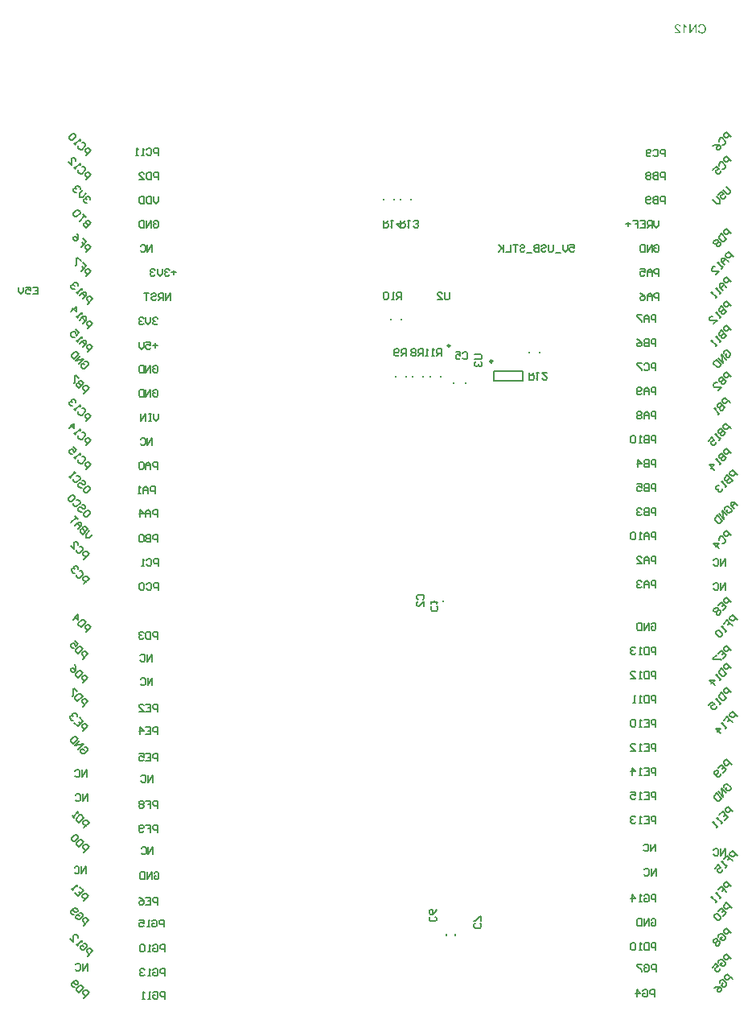
<source format=gbr>
%TF.GenerationSoftware,Altium Limited,Altium Designer,19.1.6 (110)*%
G04 Layer_Color=32896*
%FSLAX26Y26*%
%MOIN*%
%TF.FileFunction,Legend,Bot*%
%TF.Part,Single*%
G01*
G75*
%TA.AperFunction,NonConductor*%
%ADD21C,0.005906*%
%ADD37C,0.009842*%
%ADD38C,0.007874*%
G36*
X1059216Y2165879D02*
X1060116Y2165823D01*
X1061015Y2165654D01*
X1061802Y2165485D01*
X1062588Y2165261D01*
X1063319Y2165036D01*
X1063937Y2164811D01*
X1064499Y2164530D01*
X1065061Y2164249D01*
X1065511Y2164024D01*
X1065904Y2163799D01*
X1066241Y2163575D01*
X1066466Y2163406D01*
X1066635Y2163237D01*
X1066747Y2163181D01*
X1066803Y2163125D01*
X1067365Y2162563D01*
X1067871Y2161945D01*
X1068321Y2161327D01*
X1068714Y2160652D01*
X1069389Y2159303D01*
X1069838Y2158011D01*
X1070119Y2156831D01*
X1070232Y2156325D01*
X1070344Y2155875D01*
X1070400Y2155482D01*
X1070456Y2155201D01*
Y2155032D01*
Y2154976D01*
X1065679Y2154470D01*
X1065567Y2155707D01*
X1065342Y2156831D01*
X1065061Y2157786D01*
X1064668Y2158573D01*
X1064331Y2159191D01*
X1063993Y2159641D01*
X1063769Y2159922D01*
X1063712Y2160034D01*
X1062926Y2160708D01*
X1062026Y2161214D01*
X1061127Y2161608D01*
X1060228Y2161832D01*
X1059497Y2162001D01*
X1058879Y2162057D01*
X1058654Y2162113D01*
X1058317D01*
X1057193Y2162057D01*
X1056182Y2161832D01*
X1055339Y2161495D01*
X1054552Y2161158D01*
X1053990Y2160821D01*
X1053540Y2160484D01*
X1053315Y2160259D01*
X1053203Y2160203D01*
X1052529Y2159472D01*
X1052023Y2158685D01*
X1051686Y2157898D01*
X1051405Y2157168D01*
X1051292Y2156493D01*
X1051236Y2155988D01*
X1051180Y2155650D01*
Y2155594D01*
Y2155538D01*
X1051292Y2154526D01*
X1051517Y2153571D01*
X1051854Y2152616D01*
X1052248Y2151716D01*
X1052697Y2150986D01*
X1053034Y2150424D01*
X1053147Y2150199D01*
X1053259Y2150030D01*
X1053372Y2149974D01*
Y2149918D01*
X1053821Y2149356D01*
X1054383Y2148738D01*
X1054945Y2148120D01*
X1055620Y2147445D01*
X1056968Y2146096D01*
X1058373Y2144860D01*
X1059610Y2143680D01*
X1060172Y2143174D01*
X1060678Y2142781D01*
X1061127Y2142443D01*
X1061408Y2142162D01*
X1061633Y2141994D01*
X1061689Y2141938D01*
X1063094Y2140757D01*
X1064331Y2139690D01*
X1065398Y2138678D01*
X1066241Y2137835D01*
X1066916Y2137161D01*
X1067422Y2136655D01*
X1067703Y2136318D01*
X1067815Y2136261D01*
Y2136205D01*
X1068546Y2135306D01*
X1069164Y2134407D01*
X1069670Y2133564D01*
X1070119Y2132777D01*
X1070456Y2132159D01*
X1070681Y2131653D01*
X1070794Y2131316D01*
X1070850Y2131260D01*
Y2131203D01*
X1071018Y2130641D01*
X1071187Y2130023D01*
X1071243Y2129517D01*
X1071299Y2129012D01*
X1071356Y2128618D01*
Y2128281D01*
Y2128056D01*
Y2128000D01*
X1046347D01*
Y2132440D01*
X1064893D01*
X1064274Y2133339D01*
X1063937Y2133789D01*
X1063600Y2134126D01*
X1063319Y2134463D01*
X1063094Y2134688D01*
X1062982Y2134856D01*
X1062926Y2134913D01*
X1062645Y2135194D01*
X1062364Y2135475D01*
X1061577Y2136205D01*
X1060734Y2136992D01*
X1059835Y2137779D01*
X1058935Y2138509D01*
X1058261Y2139128D01*
X1057980Y2139352D01*
X1057755Y2139521D01*
X1057643Y2139633D01*
X1057587Y2139690D01*
X1056687Y2140476D01*
X1055844Y2141207D01*
X1055058Y2141881D01*
X1054383Y2142500D01*
X1053709Y2143118D01*
X1053147Y2143624D01*
X1052585Y2144129D01*
X1052135Y2144579D01*
X1051742Y2144972D01*
X1051405Y2145310D01*
X1051067Y2145647D01*
X1050843Y2145872D01*
X1050562Y2146209D01*
X1050449Y2146321D01*
X1049719Y2147220D01*
X1049044Y2148063D01*
X1048538Y2148850D01*
X1048089Y2149581D01*
X1047752Y2150143D01*
X1047527Y2150536D01*
X1047414Y2150817D01*
X1047358Y2150930D01*
X1047021Y2151773D01*
X1046796Y2152559D01*
X1046628Y2153290D01*
X1046515Y2154021D01*
X1046459Y2154583D01*
X1046403Y2155032D01*
Y2155313D01*
Y2155426D01*
X1046459Y2156269D01*
X1046515Y2156999D01*
X1046684Y2157786D01*
X1046909Y2158460D01*
X1047414Y2159753D01*
X1047976Y2160821D01*
X1048314Y2161270D01*
X1048595Y2161720D01*
X1048876Y2162057D01*
X1049100Y2162338D01*
X1049325Y2162619D01*
X1049494Y2162788D01*
X1049550Y2162844D01*
X1049606Y2162900D01*
X1050224Y2163462D01*
X1050899Y2163912D01*
X1051573Y2164305D01*
X1052248Y2164642D01*
X1053709Y2165204D01*
X1055058Y2165542D01*
X1055732Y2165710D01*
X1056294Y2165766D01*
X1056856Y2165823D01*
X1057306Y2165879D01*
X1057699Y2165935D01*
X1058205D01*
X1059216Y2165879D01*
D02*
G37*
G36*
X1086192Y2164980D02*
X1086867Y2164080D01*
X1087541Y2163237D01*
X1088216Y2162451D01*
X1088834Y2161776D01*
X1089340Y2161270D01*
X1089733Y2160933D01*
X1089789Y2160877D01*
X1089845Y2160821D01*
X1090969Y2159865D01*
X1092093Y2159022D01*
X1093217Y2158292D01*
X1094285Y2157674D01*
X1095184Y2157168D01*
X1095578Y2156943D01*
X1095915Y2156774D01*
X1096196Y2156606D01*
X1096421Y2156493D01*
X1096533Y2156437D01*
X1096589D01*
Y2151941D01*
X1095746Y2152278D01*
X1094903Y2152672D01*
X1094117Y2153009D01*
X1093386Y2153402D01*
X1092712Y2153740D01*
X1092206Y2154021D01*
X1091869Y2154245D01*
X1091812Y2154302D01*
X1091756D01*
X1090801Y2154920D01*
X1089902Y2155482D01*
X1089115Y2156044D01*
X1088497Y2156493D01*
X1087991Y2156943D01*
X1087597Y2157224D01*
X1087373Y2157449D01*
X1087316Y2157505D01*
Y2128000D01*
X1082652D01*
Y2165935D01*
X1085687D01*
X1086192Y2164980D01*
D02*
G37*
G36*
X1136435Y2128000D02*
X1131658D01*
Y2157674D01*
X1111763Y2128000D01*
X1106649D01*
Y2165823D01*
X1111426D01*
Y2136093D01*
X1131377Y2165823D01*
X1136435D01*
Y2128000D01*
D02*
G37*
G36*
X1160039Y2166385D02*
X1161725Y2166160D01*
X1163299Y2165766D01*
X1163973Y2165542D01*
X1164648Y2165373D01*
X1165210Y2165148D01*
X1165772Y2164923D01*
X1166221Y2164755D01*
X1166615Y2164530D01*
X1166952Y2164418D01*
X1167177Y2164305D01*
X1167289Y2164193D01*
X1167345D01*
X1168806Y2163237D01*
X1170099Y2162170D01*
X1171223Y2161046D01*
X1172122Y2159978D01*
X1172797Y2159022D01*
X1173078Y2158573D01*
X1173359Y2158236D01*
X1173527Y2157898D01*
X1173640Y2157674D01*
X1173752Y2157561D01*
Y2157505D01*
X1174483Y2155819D01*
X1175045Y2154077D01*
X1175438Y2152335D01*
X1175719Y2150705D01*
X1175831Y2149974D01*
X1175888Y2149300D01*
X1175944Y2148738D01*
Y2148232D01*
X1176000Y2147782D01*
Y2147501D01*
Y2147277D01*
Y2147220D01*
X1175888Y2145197D01*
X1175663Y2143343D01*
X1175382Y2141600D01*
X1175213Y2140814D01*
X1174988Y2140083D01*
X1174820Y2139409D01*
X1174651Y2138847D01*
X1174483Y2138285D01*
X1174314Y2137891D01*
X1174202Y2137498D01*
X1174089Y2137273D01*
X1174033Y2137104D01*
Y2137048D01*
X1173190Y2135362D01*
X1172291Y2133957D01*
X1171279Y2132721D01*
X1170324Y2131709D01*
X1169481Y2130866D01*
X1169144Y2130585D01*
X1168806Y2130304D01*
X1168525Y2130136D01*
X1168357Y2129967D01*
X1168244Y2129911D01*
X1168188Y2129855D01*
X1167458Y2129405D01*
X1166671Y2129068D01*
X1165041Y2128450D01*
X1163355Y2128000D01*
X1161781Y2127719D01*
X1161051Y2127607D01*
X1160376Y2127494D01*
X1159758Y2127438D01*
X1159252D01*
X1158803Y2127382D01*
X1158241D01*
X1157173Y2127438D01*
X1156105Y2127494D01*
X1155150Y2127663D01*
X1154194Y2127888D01*
X1153295Y2128112D01*
X1152508Y2128393D01*
X1151722Y2128674D01*
X1151047Y2129012D01*
X1150373Y2129293D01*
X1149867Y2129574D01*
X1149361Y2129855D01*
X1148968Y2130079D01*
X1148631Y2130304D01*
X1148406Y2130473D01*
X1148293Y2130529D01*
X1148237Y2130585D01*
X1147507Y2131203D01*
X1146832Y2131934D01*
X1146214Y2132665D01*
X1145596Y2133451D01*
X1144640Y2134969D01*
X1143854Y2136486D01*
X1143516Y2137217D01*
X1143292Y2137835D01*
X1143067Y2138453D01*
X1142842Y2138959D01*
X1142730Y2139409D01*
X1142617Y2139690D01*
X1142561Y2139914D01*
Y2139971D01*
X1147563Y2141263D01*
X1148012Y2139577D01*
X1148631Y2138116D01*
X1149305Y2136880D01*
X1149979Y2135868D01*
X1150598Y2135081D01*
X1150822Y2134800D01*
X1151103Y2134519D01*
X1151272Y2134351D01*
X1151441Y2134182D01*
X1151497Y2134126D01*
X1151553Y2134070D01*
X1152115Y2133620D01*
X1152677Y2133283D01*
X1153913Y2132665D01*
X1155094Y2132271D01*
X1156161Y2131934D01*
X1157173Y2131765D01*
X1157566Y2131709D01*
X1157960D01*
X1158241Y2131653D01*
X1158634D01*
X1159927Y2131709D01*
X1161107Y2131934D01*
X1162231Y2132215D01*
X1163186Y2132552D01*
X1163973Y2132833D01*
X1164591Y2133114D01*
X1164816Y2133227D01*
X1164985Y2133339D01*
X1165041Y2133395D01*
X1165097D01*
X1166109Y2134126D01*
X1167008Y2135025D01*
X1167739Y2135868D01*
X1168357Y2136767D01*
X1168806Y2137554D01*
X1169144Y2138228D01*
X1169256Y2138453D01*
X1169368Y2138622D01*
X1169425Y2138734D01*
Y2138790D01*
X1169874Y2140195D01*
X1170211Y2141600D01*
X1170492Y2143062D01*
X1170661Y2144354D01*
X1170717Y2144972D01*
X1170773Y2145478D01*
Y2145984D01*
X1170830Y2146434D01*
Y2146771D01*
Y2146996D01*
Y2147164D01*
Y2147220D01*
X1170773Y2148625D01*
X1170661Y2149918D01*
X1170436Y2151154D01*
X1170211Y2152278D01*
X1170043Y2153178D01*
X1169930Y2153571D01*
X1169818Y2153852D01*
X1169762Y2154133D01*
X1169706Y2154302D01*
X1169649Y2154414D01*
Y2154470D01*
X1169144Y2155707D01*
X1168525Y2156831D01*
X1167851Y2157786D01*
X1167177Y2158629D01*
X1166558Y2159247D01*
X1165996Y2159697D01*
X1165659Y2159978D01*
X1165603Y2160090D01*
X1165547D01*
X1164367Y2160821D01*
X1163186Y2161327D01*
X1161950Y2161720D01*
X1160770Y2161945D01*
X1159758Y2162113D01*
X1159365Y2162170D01*
X1158971D01*
X1158690Y2162226D01*
X1158241D01*
X1156892Y2162170D01*
X1155656Y2161945D01*
X1154588Y2161608D01*
X1153689Y2161270D01*
X1152958Y2160933D01*
X1152452Y2160596D01*
X1152115Y2160371D01*
X1152003Y2160315D01*
X1151103Y2159528D01*
X1150317Y2158573D01*
X1149642Y2157561D01*
X1149136Y2156606D01*
X1148687Y2155707D01*
X1148518Y2155313D01*
X1148350Y2154976D01*
X1148237Y2154695D01*
X1148181Y2154470D01*
X1148125Y2154358D01*
Y2154302D01*
X1143179Y2155482D01*
X1143516Y2156437D01*
X1143854Y2157336D01*
X1144247Y2158179D01*
X1144697Y2158966D01*
X1145146Y2159697D01*
X1145596Y2160315D01*
X1146045Y2160933D01*
X1146495Y2161495D01*
X1146945Y2161945D01*
X1147338Y2162394D01*
X1147675Y2162732D01*
X1148012Y2163069D01*
X1148237Y2163294D01*
X1148462Y2163462D01*
X1148574Y2163518D01*
X1148631Y2163575D01*
X1149361Y2164080D01*
X1150148Y2164530D01*
X1150935Y2164923D01*
X1151722Y2165261D01*
X1153351Y2165766D01*
X1154813Y2166160D01*
X1155543Y2166272D01*
X1156161Y2166328D01*
X1156723Y2166385D01*
X1157229Y2166441D01*
X1157623Y2166497D01*
X1158185D01*
X1160039Y2166385D01*
D02*
G37*
D21*
X611321Y1252518D02*
X631000D01*
Y1237759D01*
X621161Y1242679D01*
X616241D01*
X611321Y1237759D01*
Y1227920D01*
X616241Y1223000D01*
X626080D01*
X631000Y1227920D01*
X601482Y1252518D02*
Y1232839D01*
X591643Y1223000D01*
X581803Y1232839D01*
Y1252518D01*
X571964Y1218080D02*
X552285D01*
X542446Y1252518D02*
Y1227920D01*
X537526Y1223000D01*
X527687D01*
X522767Y1227920D01*
Y1252518D01*
X493249Y1247598D02*
X498169Y1252518D01*
X508008D01*
X512928Y1247598D01*
Y1242679D01*
X508008Y1237759D01*
X498169D01*
X493249Y1232839D01*
Y1227920D01*
X498169Y1223000D01*
X508008D01*
X512928Y1227920D01*
X483409Y1252518D02*
Y1223000D01*
X468651D01*
X463731Y1227920D01*
Y1232839D01*
X468651Y1237759D01*
X483409D01*
X468651D01*
X463731Y1242679D01*
Y1247598D01*
X468651Y1252518D01*
X483409D01*
X453891Y1218080D02*
X434213D01*
X404695Y1247598D02*
X409614Y1252518D01*
X419454D01*
X424373Y1247598D01*
Y1242679D01*
X419454Y1237759D01*
X409614D01*
X404695Y1232839D01*
Y1227920D01*
X409614Y1223000D01*
X419454D01*
X424373Y1227920D01*
X394855Y1252518D02*
X375176D01*
X385016D01*
Y1223000D01*
X365337Y1252518D02*
Y1223000D01*
X345658D01*
X335819Y1252518D02*
Y1223000D01*
Y1232839D01*
X316140Y1252518D01*
X330899Y1237759D01*
X316140Y1223000D01*
X-1119000D02*
Y1252518D01*
X-1138679Y1223000D01*
Y1252518D01*
X-1168197Y1247598D02*
X-1163277Y1252518D01*
X-1153438D01*
X-1148518Y1247598D01*
Y1227920D01*
X-1153438Y1223000D01*
X-1163277D01*
X-1168197Y1227920D01*
X1289000Y1203000D02*
X1268128Y1223872D01*
X1257691Y1213436D01*
Y1206479D01*
X1264649Y1199521D01*
X1271606Y1199521D01*
X1282043Y1209957D01*
X1268128Y1182128D02*
X1254213Y1196043D01*
X1240298D01*
X1240298Y1182128D01*
X1254213Y1168213D01*
X1243776Y1178649D01*
X1257691Y1192564D01*
X1247255Y1161255D02*
X1240298Y1154298D01*
X1243776Y1157776D01*
X1222904Y1178649D01*
X1229861D01*
X1215947Y1129947D02*
X1229861Y1143861D01*
X1202032D01*
X1198553Y1147340D01*
Y1154298D01*
X1205510Y1161255D01*
X1212468D01*
X-1094000Y1623000D02*
Y1652518D01*
X-1108759D01*
X-1113679Y1647598D01*
Y1637759D01*
X-1108759Y1632839D01*
X-1094000D01*
X-1143197Y1647598D02*
X-1138277Y1652518D01*
X-1128438D01*
X-1123518Y1647598D01*
Y1627920D01*
X-1128438Y1623000D01*
X-1138277D01*
X-1143197Y1627920D01*
X-1153036Y1623000D02*
X-1162876D01*
X-1157956D01*
Y1652518D01*
X-1153036Y1647598D01*
X-1177635Y1623000D02*
X-1187474D01*
X-1182554D01*
Y1652518D01*
X-1177635Y1647598D01*
X-1094000Y1523000D02*
Y1552518D01*
X-1108759D01*
X-1113679Y1547598D01*
Y1537759D01*
X-1108759Y1532839D01*
X-1094000D01*
X-1123518Y1552518D02*
Y1523000D01*
X-1138277D01*
X-1143197Y1527920D01*
Y1547598D01*
X-1138277Y1552518D01*
X-1123518D01*
X-1172715Y1523000D02*
X-1153036D01*
X-1172715Y1542679D01*
Y1547598D01*
X-1167795Y1552518D01*
X-1157956D01*
X-1153036Y1547598D01*
X-1613679Y1077518D02*
X-1594000D01*
Y1048000D01*
X-1613679D01*
X-1594000Y1062759D02*
X-1603839D01*
X-1643197Y1077518D02*
X-1623518D01*
Y1062759D01*
X-1633358Y1067679D01*
X-1638277D01*
X-1643197Y1062759D01*
Y1052920D01*
X-1638277Y1048000D01*
X-1628438D01*
X-1623518Y1052920D01*
X-1653036Y1077518D02*
Y1057839D01*
X-1662876Y1048000D01*
X-1672715Y1057839D01*
Y1077518D01*
X-1113679Y1347598D02*
X-1108759Y1352518D01*
X-1098920D01*
X-1094000Y1347598D01*
Y1327920D01*
X-1098920Y1323000D01*
X-1108759D01*
X-1113679Y1327920D01*
Y1337759D01*
X-1103839D01*
X-1123518Y1323000D02*
Y1352518D01*
X-1143197Y1323000D01*
Y1352518D01*
X-1153036D02*
Y1323000D01*
X-1167795D01*
X-1172715Y1327920D01*
Y1347598D01*
X-1167795Y1352518D01*
X-1153036D01*
X-1019000Y1137759D02*
X-1038679D01*
X-1028839Y1147598D02*
Y1127920D01*
X-1048518Y1147598D02*
X-1053438Y1152518D01*
X-1063277D01*
X-1068197Y1147598D01*
Y1142679D01*
X-1063277Y1137759D01*
X-1058358D01*
X-1063277D01*
X-1068197Y1132839D01*
Y1127920D01*
X-1063277Y1123000D01*
X-1053438D01*
X-1048518Y1127920D01*
X-1078036Y1152518D02*
Y1132839D01*
X-1087876Y1123000D01*
X-1097715Y1132839D01*
Y1152518D01*
X-1107554Y1147598D02*
X-1112474Y1152518D01*
X-1122313D01*
X-1127233Y1147598D01*
Y1142679D01*
X-1122313Y1137759D01*
X-1117394D01*
X-1122313D01*
X-1127233Y1132839D01*
Y1127920D01*
X-1122313Y1123000D01*
X-1112474D01*
X-1107554Y1127920D01*
X-1044000Y1023000D02*
Y1052518D01*
X-1063679Y1023000D01*
Y1052518D01*
X-1073518Y1023000D02*
Y1052518D01*
X-1088277D01*
X-1093197Y1047598D01*
Y1037759D01*
X-1088277Y1032839D01*
X-1073518D01*
X-1083358D02*
X-1093197Y1023000D01*
X-1122715Y1047598D02*
X-1117795Y1052518D01*
X-1107956D01*
X-1103036Y1047598D01*
Y1042679D01*
X-1107956Y1037759D01*
X-1117795D01*
X-1122715Y1032839D01*
Y1027920D01*
X-1117795Y1023000D01*
X-1107956D01*
X-1103036Y1027920D01*
X-1132554Y1052518D02*
X-1152233D01*
X-1142394D01*
Y1023000D01*
X-1096205Y946554D02*
X-1101124Y951474D01*
X-1110964D01*
X-1115883Y946554D01*
Y941634D01*
X-1110964Y936715D01*
X-1106044D01*
X-1110964D01*
X-1115883Y931795D01*
Y926875D01*
X-1110964Y921956D01*
X-1101124D01*
X-1096205Y926875D01*
X-1125723Y951474D02*
Y931795D01*
X-1135562Y921956D01*
X-1145401Y931795D01*
Y951474D01*
X-1155241Y946554D02*
X-1160161Y951474D01*
X-1170000D01*
X-1174920Y946554D01*
Y941634D01*
X-1170000Y936715D01*
X-1165080D01*
X-1170000D01*
X-1174920Y931795D01*
Y926875D01*
X-1170000Y921956D01*
X-1160161D01*
X-1155241Y926875D01*
X-1096205Y834715D02*
X-1115883D01*
X-1106044Y844554D02*
Y824875D01*
X-1145401Y849474D02*
X-1125723D01*
Y834715D01*
X-1135562Y839634D01*
X-1140482D01*
X-1145401Y834715D01*
Y824875D01*
X-1140482Y819956D01*
X-1130642D01*
X-1125723Y824875D01*
X-1155241Y849474D02*
Y829795D01*
X-1165080Y819956D01*
X-1174920Y829795D01*
Y849474D01*
X-1115883Y747554D02*
X-1110964Y752474D01*
X-1101124D01*
X-1096205Y747554D01*
Y727875D01*
X-1101124Y722956D01*
X-1110964D01*
X-1115883Y727875D01*
Y737715D01*
X-1106044D01*
X-1125723Y722956D02*
Y752474D01*
X-1145401Y722956D01*
Y752474D01*
X-1155241D02*
Y722956D01*
X-1170000D01*
X-1174920Y727875D01*
Y747554D01*
X-1170000Y752474D01*
X-1155241D01*
X-1115883Y647554D02*
X-1110964Y652474D01*
X-1101124D01*
X-1096205Y647554D01*
Y627875D01*
X-1101124Y622956D01*
X-1110964D01*
X-1115883Y627875D01*
Y637715D01*
X-1106044D01*
X-1125723Y622956D02*
Y652474D01*
X-1145401Y622956D01*
Y652474D01*
X-1155241D02*
Y622956D01*
X-1170000D01*
X-1174920Y627875D01*
Y647554D01*
X-1170000Y652474D01*
X-1155241D01*
X-1096205Y21956D02*
Y51474D01*
X-1110964D01*
X-1115883Y46554D01*
Y36715D01*
X-1110964Y31795D01*
X-1096205D01*
X-1125723Y51474D02*
Y21956D01*
X-1140482D01*
X-1145401Y26875D01*
Y31795D01*
X-1140482Y36715D01*
X-1125723D01*
X-1140482D01*
X-1145401Y41634D01*
Y46554D01*
X-1140482Y51474D01*
X-1125723D01*
X-1155241Y46554D02*
X-1160161Y51474D01*
X-1170000D01*
X-1174920Y46554D01*
Y26875D01*
X-1170000Y21956D01*
X-1160161D01*
X-1155241Y26875D01*
Y46554D01*
X-1096193Y125956D02*
Y155474D01*
X-1110952D01*
X-1115872Y150554D01*
Y140714D01*
X-1110952Y135795D01*
X-1096193D01*
X-1125711Y125956D02*
Y145634D01*
X-1135551Y155474D01*
X-1145390Y145634D01*
Y125956D01*
Y140714D01*
X-1125711D01*
X-1169989Y125956D02*
Y155474D01*
X-1155230Y140714D01*
X-1174908D01*
X-1108205Y221956D02*
Y251474D01*
X-1122964D01*
X-1127883Y246554D01*
Y236714D01*
X-1122964Y231795D01*
X-1108205D01*
X-1137723Y221956D02*
Y241634D01*
X-1147562Y251474D01*
X-1157401Y241634D01*
Y221956D01*
Y236714D01*
X-1137723D01*
X-1167241Y221956D02*
X-1177080D01*
X-1172161D01*
Y251474D01*
X-1167241Y246554D01*
X-1096205Y323955D02*
Y353474D01*
X-1110964D01*
X-1115883Y348554D01*
Y338714D01*
X-1110964Y333795D01*
X-1096205D01*
X-1125723Y323955D02*
Y343634D01*
X-1135562Y353474D01*
X-1145401Y343634D01*
Y323955D01*
Y338714D01*
X-1125723D01*
X-1155241Y348554D02*
X-1160161Y353474D01*
X-1170000D01*
X-1174920Y348554D01*
Y328875D01*
X-1170000Y323955D01*
X-1160161D01*
X-1155241Y328875D01*
Y348554D01*
X-1094000Y552518D02*
Y532839D01*
X-1103839Y523000D01*
X-1113679Y532839D01*
Y552518D01*
X-1123518D02*
X-1133358D01*
X-1128438D01*
Y523000D01*
X-1123518D01*
X-1133358D01*
X-1148117D02*
Y552518D01*
X-1167795Y523000D01*
Y552518D01*
X-1096205Y-679044D02*
Y-649526D01*
X-1110964D01*
X-1115883Y-654446D01*
Y-664285D01*
X-1110964Y-669205D01*
X-1096205D01*
X-1145401Y-649526D02*
X-1125723D01*
Y-679044D01*
X-1145401D01*
X-1125723Y-664285D02*
X-1135562D01*
X-1174920Y-679044D02*
X-1155241D01*
X-1174920Y-659366D01*
Y-654446D01*
X-1170000Y-649526D01*
X-1160161D01*
X-1155241Y-654446D01*
X-1096205Y-380045D02*
Y-350526D01*
X-1110964D01*
X-1115883Y-355446D01*
Y-365286D01*
X-1110964Y-370205D01*
X-1096205D01*
X-1125723Y-350526D02*
Y-380045D01*
X-1140482D01*
X-1145401Y-375125D01*
Y-355446D01*
X-1140482Y-350526D01*
X-1125723D01*
X-1155241Y-355446D02*
X-1160161Y-350526D01*
X-1170000D01*
X-1174920Y-355446D01*
Y-360366D01*
X-1170000Y-365286D01*
X-1165080D01*
X-1170000D01*
X-1174920Y-370205D01*
Y-375125D01*
X-1170000Y-380045D01*
X-1160161D01*
X-1155241Y-375125D01*
X-1094000Y-177000D02*
Y-147482D01*
X-1108759D01*
X-1113679Y-152402D01*
Y-162241D01*
X-1108759Y-167161D01*
X-1094000D01*
X-1143197Y-152402D02*
X-1138277Y-147482D01*
X-1128438D01*
X-1123518Y-152402D01*
Y-172080D01*
X-1128438Y-177000D01*
X-1138277D01*
X-1143197Y-172080D01*
X-1153036Y-152402D02*
X-1157956Y-147482D01*
X-1167795D01*
X-1172715Y-152402D01*
Y-172080D01*
X-1167795Y-177000D01*
X-1157956D01*
X-1153036Y-172080D01*
Y-152402D01*
X-1094000Y-77000D02*
Y-47482D01*
X-1108759D01*
X-1113679Y-52402D01*
Y-62241D01*
X-1108759Y-67161D01*
X-1094000D01*
X-1143197Y-52402D02*
X-1138277Y-47482D01*
X-1128438D01*
X-1123518Y-52402D01*
Y-72080D01*
X-1128438Y-77000D01*
X-1138277D01*
X-1143197Y-72080D01*
X-1153036Y-77000D02*
X-1162876D01*
X-1157956D01*
Y-47482D01*
X-1153036Y-52402D01*
X-1096205Y-1179044D02*
Y-1149526D01*
X-1110964D01*
X-1115883Y-1154446D01*
Y-1164285D01*
X-1110964Y-1169205D01*
X-1096205D01*
X-1145401Y-1149526D02*
X-1125723D01*
Y-1164285D01*
X-1135562D01*
X-1125723D01*
Y-1179044D01*
X-1155241Y-1174125D02*
X-1160161Y-1179044D01*
X-1170000D01*
X-1174920Y-1174125D01*
Y-1154446D01*
X-1170000Y-1149526D01*
X-1160161D01*
X-1155241Y-1154446D01*
Y-1159366D01*
X-1160161Y-1164285D01*
X-1174920D01*
X-1096205Y-1079044D02*
Y-1049526D01*
X-1110964D01*
X-1115883Y-1054446D01*
Y-1064285D01*
X-1110964Y-1069205D01*
X-1096205D01*
X-1145401Y-1049526D02*
X-1125723D01*
Y-1064285D01*
X-1135562D01*
X-1125723D01*
Y-1079044D01*
X-1155241Y-1054446D02*
X-1160161Y-1049526D01*
X-1170000D01*
X-1174920Y-1054446D01*
Y-1059366D01*
X-1170000Y-1064285D01*
X-1174920Y-1069205D01*
Y-1074125D01*
X-1170000Y-1079044D01*
X-1160161D01*
X-1155241Y-1074125D01*
Y-1069205D01*
X-1160161Y-1064285D01*
X-1155241Y-1059366D01*
Y-1054446D01*
X-1160161Y-1064285D02*
X-1170000D01*
X-1096193Y-774044D02*
Y-744526D01*
X-1110952D01*
X-1115872Y-749446D01*
Y-759285D01*
X-1110952Y-764205D01*
X-1096193D01*
X-1145390Y-744526D02*
X-1125711D01*
Y-774044D01*
X-1145390D01*
X-1125711Y-759285D02*
X-1135551D01*
X-1169989Y-774044D02*
Y-744526D01*
X-1155230Y-759285D01*
X-1174908D01*
X-1067036Y-1870044D02*
Y-1840526D01*
X-1081795D01*
X-1086715Y-1845446D01*
Y-1855285D01*
X-1081795Y-1860205D01*
X-1067036D01*
X-1116233Y-1845446D02*
X-1111313Y-1840526D01*
X-1101474D01*
X-1096554Y-1845446D01*
Y-1865125D01*
X-1101474Y-1870044D01*
X-1111313D01*
X-1116233Y-1865125D01*
Y-1855285D01*
X-1106394D01*
X-1126072Y-1870044D02*
X-1135912D01*
X-1130992D01*
Y-1840526D01*
X-1126072Y-1845446D01*
X-1150671Y-1870044D02*
X-1160510D01*
X-1155591D01*
Y-1840526D01*
X-1150671Y-1845446D01*
X-1067036Y-1775044D02*
Y-1745526D01*
X-1081795D01*
X-1086715Y-1750446D01*
Y-1760285D01*
X-1081795Y-1765205D01*
X-1067036D01*
X-1116233Y-1750446D02*
X-1111313Y-1745526D01*
X-1101474D01*
X-1096554Y-1750446D01*
Y-1770125D01*
X-1101474Y-1775044D01*
X-1111313D01*
X-1116233Y-1770125D01*
Y-1760285D01*
X-1106394D01*
X-1126072Y-1775044D02*
X-1135912D01*
X-1130992D01*
Y-1745526D01*
X-1126072Y-1750446D01*
X-1150671D02*
X-1155591Y-1745526D01*
X-1165430D01*
X-1170350Y-1750446D01*
Y-1755366D01*
X-1165430Y-1760285D01*
X-1160510D01*
X-1165430D01*
X-1170350Y-1765205D01*
Y-1770125D01*
X-1165430Y-1775044D01*
X-1155591D01*
X-1150671Y-1770125D01*
X-1067036Y-1674044D02*
Y-1644526D01*
X-1081795D01*
X-1086715Y-1649446D01*
Y-1659285D01*
X-1081795Y-1664205D01*
X-1067036D01*
X-1116233Y-1649446D02*
X-1111313Y-1644526D01*
X-1101474D01*
X-1096554Y-1649446D01*
Y-1669125D01*
X-1101474Y-1674044D01*
X-1111313D01*
X-1116233Y-1669125D01*
Y-1659285D01*
X-1106394D01*
X-1126072Y-1674044D02*
X-1135912D01*
X-1130992D01*
Y-1644526D01*
X-1126072Y-1649446D01*
X-1150671D02*
X-1155591Y-1644526D01*
X-1165430D01*
X-1170350Y-1649446D01*
Y-1669125D01*
X-1165430Y-1674044D01*
X-1155591D01*
X-1150671Y-1669125D01*
Y-1649446D01*
X-1096205Y-1480044D02*
Y-1450526D01*
X-1110964D01*
X-1115883Y-1455446D01*
Y-1465285D01*
X-1110964Y-1470205D01*
X-1096205D01*
X-1145401Y-1450526D02*
X-1125723D01*
Y-1480044D01*
X-1145401D01*
X-1125723Y-1465285D02*
X-1135562D01*
X-1174920Y-1450526D02*
X-1165080Y-1455446D01*
X-1155241Y-1465285D01*
Y-1475125D01*
X-1160161Y-1480044D01*
X-1170000D01*
X-1174920Y-1475125D01*
Y-1470205D01*
X-1170000Y-1465285D01*
X-1155241D01*
X-1111828Y-1349572D02*
X-1106909Y-1344652D01*
X-1097069D01*
X-1092150Y-1349572D01*
Y-1369251D01*
X-1097069Y-1374170D01*
X-1106909D01*
X-1111828Y-1369251D01*
Y-1359411D01*
X-1101989D01*
X-1121668Y-1374170D02*
Y-1344652D01*
X-1141346Y-1374170D01*
Y-1344652D01*
X-1151186D02*
Y-1374170D01*
X-1165945D01*
X-1170864Y-1369251D01*
Y-1349572D01*
X-1165945Y-1344652D01*
X-1151186D01*
X-1096205Y-885044D02*
Y-855526D01*
X-1110964D01*
X-1115883Y-860446D01*
Y-870285D01*
X-1110964Y-875205D01*
X-1096205D01*
X-1145401Y-855526D02*
X-1125723D01*
Y-885044D01*
X-1145401D01*
X-1125723Y-870285D02*
X-1135562D01*
X-1174920Y-855526D02*
X-1155241D01*
Y-870285D01*
X-1165080Y-865366D01*
X-1170000D01*
X-1174920Y-870285D01*
Y-880125D01*
X-1170000Y-885044D01*
X-1160161D01*
X-1155241Y-880125D01*
X-1402205Y-1866044D02*
X-1381332Y-1845172D01*
X-1391768Y-1834736D01*
X-1398726D01*
X-1405684Y-1841693D01*
X-1405683Y-1848651D01*
X-1395247Y-1859087D01*
X-1402205Y-1824300D02*
X-1423077Y-1845172D01*
X-1433513Y-1834736D01*
Y-1827778D01*
X-1419598Y-1813863D01*
X-1412641D01*
X-1402205Y-1824300D01*
X-1440471Y-1820821D02*
X-1447428D01*
X-1454386Y-1813863D01*
Y-1806906D01*
X-1440471Y-1792991D01*
X-1433513D01*
X-1426556Y-1799948D01*
Y-1806906D01*
X-1430035Y-1810385D01*
X-1436992D01*
X-1447428Y-1799948D01*
X-1386205Y-1693044D02*
X-1365332Y-1672172D01*
X-1375768Y-1661736D01*
X-1382726D01*
X-1389684Y-1668693D01*
X-1389683Y-1675651D01*
X-1379247Y-1686087D01*
X-1403598Y-1640863D02*
X-1396641D01*
X-1389684Y-1647821D01*
Y-1654778D01*
X-1403598Y-1668693D01*
X-1410556D01*
X-1417513Y-1661736D01*
Y-1654778D01*
X-1410556Y-1647821D01*
X-1403599Y-1654778D01*
X-1427950Y-1651300D02*
X-1434907Y-1644342D01*
X-1431428Y-1647821D01*
X-1410556Y-1626948D01*
Y-1633906D01*
X-1459258Y-1619991D02*
X-1445343Y-1633906D01*
Y-1606076D01*
X-1441864Y-1602597D01*
X-1434907D01*
X-1427950Y-1609555D01*
Y-1616512D01*
X-1404205Y-1566044D02*
X-1383332Y-1545172D01*
X-1393768Y-1534736D01*
X-1400726D01*
X-1407684Y-1541693D01*
X-1407683Y-1548651D01*
X-1397247Y-1559087D01*
X-1421598Y-1513863D02*
X-1414641D01*
X-1407684Y-1520821D01*
Y-1527778D01*
X-1421598Y-1541693D01*
X-1428556D01*
X-1435513Y-1534736D01*
Y-1527778D01*
X-1428556Y-1520821D01*
X-1421599Y-1527778D01*
X-1442471Y-1520821D02*
X-1449428D01*
X-1456386Y-1513863D01*
Y-1506906D01*
X-1442471Y-1492991D01*
X-1435513D01*
X-1428556Y-1499948D01*
Y-1506906D01*
X-1432035Y-1510385D01*
X-1438992D01*
X-1449428Y-1499948D01*
X-1405205Y-1464044D02*
X-1384332Y-1443172D01*
X-1394768Y-1432736D01*
X-1401726D01*
X-1408684Y-1439693D01*
X-1408683Y-1446651D01*
X-1398247Y-1457087D01*
X-1419120Y-1408385D02*
X-1405205Y-1422300D01*
X-1426077Y-1443172D01*
X-1439992Y-1429257D01*
X-1415641Y-1432736D02*
X-1422599Y-1425778D01*
X-1446950Y-1422300D02*
X-1453907Y-1415342D01*
X-1450428Y-1418821D01*
X-1429556Y-1397948D01*
Y-1404906D01*
X-1402205Y-1161044D02*
X-1381332Y-1140172D01*
X-1391768Y-1129736D01*
X-1398726D01*
X-1405684Y-1136693D01*
X-1405683Y-1143651D01*
X-1395247Y-1154087D01*
X-1402205Y-1119300D02*
X-1423077Y-1140172D01*
X-1433513Y-1129736D01*
Y-1122778D01*
X-1419598Y-1108863D01*
X-1412641D01*
X-1402205Y-1119300D01*
X-1443950D02*
X-1450907Y-1112342D01*
X-1447428Y-1115821D01*
X-1426556Y-1094948D01*
Y-1101906D01*
X-1402205Y-1263044D02*
X-1381332Y-1242172D01*
X-1391768Y-1231736D01*
X-1398726D01*
X-1405684Y-1238693D01*
X-1405683Y-1245651D01*
X-1395247Y-1256087D01*
X-1402205Y-1221300D02*
X-1423077Y-1242172D01*
X-1433513Y-1231736D01*
Y-1224778D01*
X-1419598Y-1210863D01*
X-1412641D01*
X-1402205Y-1221300D01*
X-1426556Y-1203906D02*
Y-1196948D01*
X-1433513Y-1189991D01*
X-1440471D01*
X-1454386Y-1203906D01*
Y-1210863D01*
X-1447428Y-1217821D01*
X-1440471D01*
X-1426556Y-1203906D01*
X-1406205Y-463045D02*
X-1385332Y-442172D01*
X-1395768Y-431736D01*
X-1402726D01*
X-1409684Y-438693D01*
X-1409683Y-445651D01*
X-1399247Y-456087D01*
X-1406205Y-421300D02*
X-1427077Y-442172D01*
X-1437513Y-431736D01*
Y-424778D01*
X-1423598Y-410863D01*
X-1416641D01*
X-1406205Y-421300D01*
X-1440992Y-386512D02*
X-1427077Y-400427D01*
X-1437513Y-410863D01*
X-1440992Y-400427D01*
X-1444471Y-396949D01*
X-1451428D01*
X-1458386Y-403906D01*
Y-410863D01*
X-1451428Y-417821D01*
X-1444471D01*
X-1406205Y-562044D02*
X-1385332Y-541172D01*
X-1395768Y-530736D01*
X-1402726D01*
X-1409684Y-537693D01*
X-1409683Y-544651D01*
X-1399247Y-555087D01*
X-1406205Y-520300D02*
X-1427077Y-541172D01*
X-1437513Y-530736D01*
Y-523778D01*
X-1423598Y-509863D01*
X-1416641D01*
X-1406205Y-520300D01*
X-1440992Y-485512D02*
X-1437513Y-495948D01*
Y-509863D01*
X-1444471Y-516821D01*
X-1451428D01*
X-1458386Y-509863D01*
Y-502906D01*
X-1454907Y-499427D01*
X-1447950D01*
X-1437513Y-509863D01*
X-1408205Y-659044D02*
X-1387332Y-638172D01*
X-1397768Y-627736D01*
X-1404726D01*
X-1411684Y-634693D01*
X-1411683Y-641651D01*
X-1401247Y-652087D01*
X-1408205Y-617300D02*
X-1429077Y-638172D01*
X-1439513Y-627736D01*
Y-620778D01*
X-1425598Y-606863D01*
X-1418641D01*
X-1408205Y-617300D01*
X-1429077Y-596427D02*
X-1442992Y-582512D01*
X-1446471Y-585991D01*
Y-613821D01*
X-1449950Y-617300D01*
X-1407205Y-761044D02*
X-1386332Y-740172D01*
X-1396768Y-729736D01*
X-1403726D01*
X-1410684Y-736693D01*
X-1410683Y-743651D01*
X-1400247Y-754087D01*
X-1421120Y-705385D02*
X-1407205Y-719300D01*
X-1428077Y-740172D01*
X-1441992Y-726257D01*
X-1417641Y-729736D02*
X-1424599Y-722778D01*
X-1431556Y-701906D02*
Y-694948D01*
X-1438513Y-687991D01*
X-1445471D01*
X-1448950Y-691470D01*
Y-698427D01*
X-1445471Y-701906D01*
X-1448950Y-698427D01*
X-1455907D01*
X-1459386Y-701906D01*
Y-708863D01*
X-1452428Y-715821D01*
X-1445471D01*
X-1401726Y-825736D02*
X-1394768D01*
X-1387811Y-832693D01*
Y-839651D01*
X-1401726Y-853566D01*
X-1408684D01*
X-1415641Y-846608D01*
Y-839651D01*
X-1408684Y-832693D01*
X-1401726Y-839651D01*
X-1426077Y-836172D02*
X-1405205Y-815300D01*
X-1439992Y-822257D01*
X-1419120Y-801385D01*
X-1426077Y-794427D02*
X-1446950Y-815300D01*
X-1457386Y-804863D01*
Y-797906D01*
X-1443471Y-783991D01*
X-1436513D01*
X-1426077Y-794427D01*
X-1383564Y154309D02*
X-1376606Y147351D01*
Y140394D01*
X-1390521Y126479D01*
X-1397479D01*
X-1404436Y133436D01*
Y140394D01*
X-1390521Y154309D01*
X-1383564D01*
X-1411394Y175181D02*
X-1404436D01*
X-1397479Y168224D01*
Y161266D01*
X-1400957Y157787D01*
X-1407915D01*
X-1414872Y164745D01*
X-1421830Y164745D01*
X-1425309Y161266D01*
Y154309D01*
X-1418351Y147351D01*
X-1411394D01*
X-1432266Y196054D02*
X-1425309D01*
X-1418351Y189096D01*
Y182139D01*
X-1432266Y168224D01*
X-1439224D01*
X-1446181Y175181D01*
Y182139D01*
Y216926D02*
X-1439224Y209969D01*
Y203011D01*
X-1453139Y189096D01*
X-1460096D01*
X-1467053Y196054D01*
Y203011D01*
X-1453139Y216926D01*
X-1446181D01*
X-1365332Y53828D02*
X-1379247Y39913D01*
X-1393162D01*
X-1393162Y53828D01*
X-1379247Y67743D01*
X-1386205Y74700D02*
X-1407077Y53828D01*
X-1417513Y64264D01*
Y71222D01*
X-1414035Y74700D01*
X-1407077Y74700D01*
X-1396641Y64264D01*
X-1407077Y74700D01*
Y81658D01*
X-1403598Y85137D01*
X-1396641D01*
X-1386205Y74700D01*
X-1427950D02*
X-1414035Y88615D01*
Y102530D01*
X-1427950Y102530D01*
X-1441864Y88615D01*
X-1431428Y99052D01*
X-1417513Y85137D01*
X-1427950Y116445D02*
X-1441864Y130360D01*
X-1434907Y123403D01*
X-1455780Y102530D01*
X-1402205Y-49044D02*
X-1381332Y-28172D01*
X-1391768Y-17736D01*
X-1398726D01*
X-1405684Y-24693D01*
X-1405683Y-31651D01*
X-1395247Y-42087D01*
X-1419598Y3137D02*
X-1412641D01*
X-1405684Y-3821D01*
Y-10778D01*
X-1419598Y-24693D01*
X-1426556D01*
X-1433513Y-17736D01*
Y-10778D01*
X-1457864Y6615D02*
X-1443950Y-7300D01*
Y20530D01*
X-1440471Y24009D01*
X-1433513D01*
X-1426556Y17052D01*
Y10094D01*
X-1402205Y-151044D02*
X-1381332Y-130172D01*
X-1391768Y-119736D01*
X-1398726D01*
X-1405684Y-126693D01*
X-1405683Y-133651D01*
X-1395247Y-144087D01*
X-1419598Y-98863D02*
X-1412641D01*
X-1405684Y-105821D01*
Y-112778D01*
X-1419598Y-126693D01*
X-1426556D01*
X-1433513Y-119736D01*
Y-112778D01*
X-1426556Y-91906D02*
Y-84948D01*
X-1433513Y-77991D01*
X-1440471D01*
X-1443950Y-81470D01*
Y-88427D01*
X-1440471Y-91906D01*
X-1443950Y-88427D01*
X-1450907D01*
X-1454386Y-91906D01*
Y-98863D01*
X-1447428Y-105821D01*
X-1440471D01*
X-1394000Y-352000D02*
X-1373128Y-331128D01*
X-1383564Y-320691D01*
X-1390521D01*
X-1397479Y-327649D01*
X-1397479Y-334606D01*
X-1387043Y-345043D01*
X-1394000Y-310255D02*
X-1414872Y-331128D01*
X-1425309Y-320691D01*
Y-313734D01*
X-1411394Y-299819D01*
X-1404436D01*
X-1394000Y-310255D01*
X-1446181Y-299819D02*
X-1425309Y-278947D01*
X-1425309Y-299819D01*
X-1439224Y-285904D01*
X-1402205Y636956D02*
X-1381332Y657828D01*
X-1391768Y668264D01*
X-1398726D01*
X-1405684Y661307D01*
X-1405683Y654349D01*
X-1395247Y643913D01*
X-1402205Y678700D02*
X-1423077Y657828D01*
X-1433513Y668264D01*
Y675222D01*
X-1430035Y678700D01*
X-1423077Y678700D01*
X-1412641Y668264D01*
X-1423077Y678700D01*
Y685658D01*
X-1419598Y689137D01*
X-1412641D01*
X-1402205Y678700D01*
X-1423077Y699573D02*
X-1436992Y713488D01*
X-1440471Y710009D01*
Y682179D01*
X-1443950Y678700D01*
X-1394000Y523000D02*
X-1373128Y543872D01*
X-1383564Y554309D01*
X-1390521D01*
X-1397479Y547351D01*
X-1397479Y540394D01*
X-1387043Y529957D01*
X-1411394Y575181D02*
X-1404436D01*
X-1397479Y568224D01*
Y561266D01*
X-1411394Y547351D01*
X-1418351D01*
X-1425309Y554309D01*
Y561266D01*
X-1435745Y564745D02*
X-1442702Y571702D01*
X-1439224Y568224D01*
X-1418351Y589096D01*
Y582139D01*
X-1435745Y599532D02*
Y606490D01*
X-1442702Y613447D01*
X-1449660D01*
X-1453139Y609968D01*
Y603011D01*
X-1449660Y599532D01*
X-1453139Y603011D01*
X-1460096D01*
X-1463575Y599532D01*
Y592575D01*
X-1456617Y585617D01*
X-1449660D01*
X-1394000Y423000D02*
X-1373128Y443872D01*
X-1383564Y454309D01*
X-1390521D01*
X-1397479Y447351D01*
X-1397479Y440394D01*
X-1387043Y429957D01*
X-1411394Y475181D02*
X-1404436D01*
X-1397479Y468224D01*
Y461266D01*
X-1411394Y447351D01*
X-1418351D01*
X-1425309Y454309D01*
Y461266D01*
X-1435745Y464745D02*
X-1442702Y471702D01*
X-1439224Y468224D01*
X-1418351Y489096D01*
Y482139D01*
X-1463575Y492575D02*
X-1442702Y513447D01*
X-1442702Y492575D01*
X-1456617Y506490D01*
X-1394000Y323000D02*
X-1373128Y343872D01*
X-1383564Y354309D01*
X-1390521D01*
X-1397479Y347351D01*
X-1397479Y340394D01*
X-1387043Y329957D01*
X-1411394Y375181D02*
X-1404436D01*
X-1397479Y368224D01*
Y361266D01*
X-1411394Y347351D01*
X-1418351D01*
X-1425309Y354309D01*
Y361266D01*
X-1435745Y364745D02*
X-1442702Y371702D01*
X-1439224Y368224D01*
X-1418351Y389096D01*
Y382139D01*
X-1446181Y416926D02*
X-1432266Y403011D01*
X-1442702Y392575D01*
X-1446181Y403011D01*
X-1449660Y406490D01*
X-1456617D01*
X-1463575Y399532D01*
Y392575D01*
X-1456617Y385617D01*
X-1449660D01*
X-1394000Y1123000D02*
X-1373128Y1143872D01*
X-1383564Y1154309D01*
X-1390521D01*
X-1397479Y1147351D01*
X-1397479Y1140394D01*
X-1387043Y1129957D01*
X-1407915Y1178660D02*
X-1394000Y1164745D01*
X-1404436Y1154309D01*
X-1411394Y1161266D01*
X-1404436Y1154309D01*
X-1414872Y1143872D01*
Y1185617D02*
X-1428787Y1199532D01*
X-1432266Y1196053D01*
Y1168224D01*
X-1435745Y1164745D01*
X-1386205Y1006956D02*
X-1365332Y1027828D01*
X-1375768Y1038264D01*
X-1382726D01*
X-1389684Y1031307D01*
X-1389683Y1024349D01*
X-1379247Y1013913D01*
X-1407077Y1027828D02*
X-1393162Y1041743D01*
Y1055658D01*
X-1407077Y1055658D01*
X-1420992Y1041743D01*
X-1410556Y1052179D01*
X-1396641Y1038264D01*
X-1427950Y1048700D02*
X-1434907Y1055658D01*
X-1431428Y1052179D01*
X-1410556Y1073052D01*
Y1066094D01*
X-1427950Y1083488D02*
Y1090445D01*
X-1434907Y1097403D01*
X-1441864D01*
X-1445343Y1093924D01*
Y1086966D01*
X-1441865Y1083488D01*
X-1445343Y1086966D01*
X-1452301D01*
X-1455780Y1083488D01*
Y1076530D01*
X-1448822Y1069573D01*
X-1441864D01*
X-1386205Y905956D02*
X-1365332Y926828D01*
X-1375768Y937264D01*
X-1382726D01*
X-1389684Y930307D01*
X-1389683Y923349D01*
X-1379247Y912913D01*
X-1407077Y926828D02*
X-1393162Y940743D01*
Y954658D01*
X-1407077Y954658D01*
X-1420992Y940743D01*
X-1410556Y951179D01*
X-1396641Y937264D01*
X-1427950Y947700D02*
X-1434907Y954658D01*
X-1431428Y951179D01*
X-1410556Y972052D01*
Y965094D01*
X-1455780Y975530D02*
X-1434907Y996403D01*
X-1434907Y975530D01*
X-1448822Y989445D01*
X-1386205Y807956D02*
X-1365332Y828828D01*
X-1375768Y839264D01*
X-1382726D01*
X-1389684Y832307D01*
X-1389683Y825349D01*
X-1379247Y814913D01*
X-1407077Y828828D02*
X-1393162Y842743D01*
Y856658D01*
X-1407077Y856658D01*
X-1420992Y842743D01*
X-1410556Y853179D01*
X-1396641Y839264D01*
X-1427950Y849700D02*
X-1434907Y856658D01*
X-1431428Y853179D01*
X-1410556Y874052D01*
Y867094D01*
X-1438386Y901881D02*
X-1424471Y887966D01*
X-1434907Y877530D01*
X-1438386Y887966D01*
X-1441864Y891445D01*
X-1448822D01*
X-1455780Y884488D01*
Y877530D01*
X-1448822Y870573D01*
X-1441864D01*
X-1398726Y768264D02*
X-1391768D01*
X-1384811Y761307D01*
Y754349D01*
X-1398726Y740434D01*
X-1405684D01*
X-1412641Y747392D01*
Y754349D01*
X-1405684Y761307D01*
X-1398726Y754349D01*
X-1423077Y757828D02*
X-1402205Y778700D01*
X-1436992Y771743D01*
X-1416120Y792615D01*
X-1423077Y799573D02*
X-1443950Y778700D01*
X-1454386Y789137D01*
Y796094D01*
X-1440471Y810009D01*
X-1433513D01*
X-1423077Y799573D01*
X-1394000Y1623000D02*
X-1373128Y1643872D01*
X-1383564Y1654309D01*
X-1390521D01*
X-1397479Y1647351D01*
X-1397479Y1640394D01*
X-1387043Y1629957D01*
X-1411394Y1675181D02*
X-1404436D01*
X-1397479Y1668224D01*
Y1661266D01*
X-1411394Y1647351D01*
X-1418351D01*
X-1425309Y1654309D01*
Y1661266D01*
X-1435745Y1664745D02*
X-1442702Y1671702D01*
X-1439224Y1668224D01*
X-1418351Y1689096D01*
Y1682139D01*
X-1435745Y1699532D02*
Y1706490D01*
X-1442702Y1713447D01*
X-1449660D01*
X-1463575Y1699532D01*
Y1692575D01*
X-1456617Y1685617D01*
X-1449660D01*
X-1435745Y1699532D01*
X-1394000Y1523000D02*
X-1373128Y1543872D01*
X-1383564Y1554309D01*
X-1390521D01*
X-1397479Y1547351D01*
X-1397479Y1540394D01*
X-1387043Y1529957D01*
X-1411394Y1575181D02*
X-1404436D01*
X-1397479Y1568224D01*
Y1561266D01*
X-1411394Y1547351D01*
X-1418351D01*
X-1425309Y1554309D01*
Y1561266D01*
X-1435745Y1564745D02*
X-1442702Y1571702D01*
X-1439224Y1568224D01*
X-1418351Y1589096D01*
Y1582139D01*
X-1467053Y1596053D02*
X-1453139Y1582139D01*
Y1609968D01*
X-1449660Y1613447D01*
X-1442702D01*
X-1435745Y1606490D01*
Y1599532D01*
X-1094000Y1452518D02*
Y1432839D01*
X-1103839Y1423000D01*
X-1113679Y1432839D01*
Y1452518D01*
X-1123518D02*
Y1423000D01*
X-1138277D01*
X-1143197Y1427920D01*
Y1447598D01*
X-1138277Y1452518D01*
X-1123518D01*
X-1153036D02*
Y1423000D01*
X-1167795D01*
X-1172715Y1427920D01*
Y1447598D01*
X-1167795Y1452518D01*
X-1153036D01*
X-1373128Y1343872D02*
X-1394000Y1323000D01*
X-1404436Y1333436D01*
Y1340394D01*
X-1400957Y1343872D01*
X-1394000D01*
X-1383564Y1333436D01*
X-1394000Y1343872D01*
Y1350830D01*
X-1390521Y1354309D01*
X-1383564D01*
X-1373128Y1343872D01*
X-1394000Y1364745D02*
X-1407915Y1378660D01*
X-1400957Y1371702D01*
X-1421830Y1350830D01*
X-1418351Y1382139D02*
Y1389096D01*
X-1425309Y1396053D01*
X-1432266D01*
X-1446181Y1382139D01*
Y1375181D01*
X-1439224Y1368224D01*
X-1432266D01*
X-1418351Y1382139D01*
X-1394000Y1223000D02*
X-1373128Y1243872D01*
X-1383564Y1254309D01*
X-1390521D01*
X-1397479Y1247351D01*
X-1397479Y1240394D01*
X-1387043Y1229957D01*
X-1407915Y1278660D02*
X-1394000Y1264745D01*
X-1404436Y1254309D01*
X-1411394Y1261266D01*
X-1404436Y1254309D01*
X-1414872Y1243872D01*
X-1428787Y1299532D02*
X-1425309Y1289096D01*
Y1275181D01*
X-1432266Y1268224D01*
X-1439224D01*
X-1446181Y1275181D01*
Y1282139D01*
X-1442702Y1285617D01*
X-1435745D01*
X-1425309Y1275181D01*
X961321Y1247598D02*
X966241Y1252518D01*
X976080D01*
X981000Y1247598D01*
Y1227920D01*
X976080Y1223000D01*
X966241D01*
X961321Y1227920D01*
Y1237759D01*
X971161D01*
X951482Y1223000D02*
Y1252518D01*
X931803Y1223000D01*
Y1252518D01*
X921964D02*
Y1223000D01*
X907205D01*
X902285Y1227920D01*
Y1247598D01*
X907205Y1252518D01*
X921964D01*
X981000Y1352518D02*
Y1332839D01*
X971161Y1323000D01*
X961321Y1332839D01*
Y1352518D01*
X951482Y1323000D02*
Y1352518D01*
X936723D01*
X931803Y1347598D01*
Y1337759D01*
X936723Y1332839D01*
X951482D01*
X941643D02*
X931803Y1323000D01*
X902285Y1352518D02*
X921964D01*
Y1323000D01*
X902285D01*
X921964Y1337759D02*
X912124D01*
X872767Y1352518D02*
X892446D01*
Y1337759D01*
X882606D01*
X892446D01*
Y1323000D01*
X862928Y1337759D02*
X843249D01*
X853088Y1347598D02*
Y1327920D01*
X1006000Y1423000D02*
Y1452518D01*
X991241D01*
X986321Y1447598D01*
Y1437759D01*
X991241Y1432839D01*
X1006000D01*
X976482Y1452518D02*
Y1423000D01*
X961723D01*
X956803Y1427920D01*
Y1432839D01*
X961723Y1437759D01*
X976482D01*
X961723D01*
X956803Y1442679D01*
Y1447598D01*
X961723Y1452518D01*
X976482D01*
X946964Y1427920D02*
X942044Y1423000D01*
X932205D01*
X927285Y1427920D01*
Y1447598D01*
X932205Y1452518D01*
X942044D01*
X946964Y1447598D01*
Y1442679D01*
X942044Y1437759D01*
X927285D01*
X1006000Y1523000D02*
Y1552518D01*
X991241D01*
X986321Y1547598D01*
Y1537759D01*
X991241Y1532839D01*
X1006000D01*
X976482Y1552518D02*
Y1523000D01*
X961723D01*
X956803Y1527920D01*
Y1532839D01*
X961723Y1537759D01*
X976482D01*
X961723D01*
X956803Y1542679D01*
Y1547598D01*
X961723Y1552518D01*
X976482D01*
X946964Y1547598D02*
X942044Y1552518D01*
X932205D01*
X927285Y1547598D01*
Y1542679D01*
X932205Y1537759D01*
X927285Y1532839D01*
Y1527920D01*
X932205Y1523000D01*
X942044D01*
X946964Y1527920D01*
Y1532839D01*
X942044Y1537759D01*
X946964Y1542679D01*
Y1547598D01*
X942044Y1537759D02*
X932205D01*
X1007000Y1618000D02*
Y1647518D01*
X992241D01*
X987321Y1642598D01*
Y1632759D01*
X992241Y1627839D01*
X1007000D01*
X957803Y1642598D02*
X962723Y1647518D01*
X972562D01*
X977482Y1642598D01*
Y1622920D01*
X972562Y1618000D01*
X962723D01*
X957803Y1622920D01*
X947964D02*
X943044Y1618000D01*
X933205D01*
X928285Y1622920D01*
Y1642598D01*
X933205Y1647518D01*
X943044D01*
X947964Y1642598D01*
Y1637679D01*
X943044Y1632759D01*
X928285D01*
X967795Y731956D02*
Y761474D01*
X953036D01*
X948117Y756554D01*
Y746715D01*
X953036Y741795D01*
X967795D01*
X918598Y756554D02*
X923518Y761474D01*
X933357D01*
X938277Y756554D01*
Y736875D01*
X933357Y731956D01*
X923518D01*
X918598Y736875D01*
X908759Y761474D02*
X889080D01*
Y756554D01*
X908759Y736875D01*
Y731956D01*
X967795Y831956D02*
Y861474D01*
X953036D01*
X948117Y856554D01*
Y846715D01*
X953036Y841795D01*
X967795D01*
X938277Y861474D02*
Y831956D01*
X923518D01*
X918598Y836875D01*
Y841795D01*
X923518Y846715D01*
X938277D01*
X923518D01*
X918598Y851634D01*
Y856554D01*
X923518Y861474D01*
X938277D01*
X889080D02*
X898920Y856554D01*
X908759Y846715D01*
Y836875D01*
X903839Y831956D01*
X894000D01*
X889080Y836875D01*
Y841795D01*
X894000Y846715D01*
X908759D01*
X967795Y931956D02*
Y961474D01*
X953036D01*
X948117Y956554D01*
Y946715D01*
X953036Y941795D01*
X967795D01*
X938277Y931956D02*
Y951634D01*
X928438Y961474D01*
X918598Y951634D01*
Y931956D01*
Y946715D01*
X938277D01*
X908759Y961474D02*
X889080D01*
Y956554D01*
X908759Y936875D01*
Y931956D01*
X981000Y1023000D02*
Y1052518D01*
X966241D01*
X961321Y1047598D01*
Y1037759D01*
X966241Y1032839D01*
X981000D01*
X951482Y1023000D02*
Y1042679D01*
X941643Y1052518D01*
X931803Y1042679D01*
Y1023000D01*
Y1037759D01*
X951482D01*
X902285Y1052518D02*
X912124Y1047598D01*
X921964Y1037759D01*
Y1027920D01*
X917044Y1023000D01*
X907205D01*
X902285Y1027920D01*
Y1032839D01*
X907205Y1037759D01*
X921964D01*
X981000Y1123000D02*
Y1152518D01*
X966241D01*
X961321Y1147598D01*
Y1137759D01*
X966241Y1132839D01*
X981000D01*
X951482Y1123000D02*
Y1142679D01*
X941643Y1152518D01*
X931803Y1142679D01*
Y1123000D01*
Y1137759D01*
X951482D01*
X902285Y1152518D02*
X921964D01*
Y1137759D01*
X912124Y1142679D01*
X907205D01*
X902285Y1137759D01*
Y1127920D01*
X907205Y1123000D01*
X917044D01*
X921964Y1127920D01*
X967795Y231956D02*
Y261474D01*
X953036D01*
X948117Y256554D01*
Y246714D01*
X953036Y241795D01*
X967795D01*
X938277Y261474D02*
Y231956D01*
X923518D01*
X918598Y236875D01*
Y241795D01*
X923518Y246714D01*
X938277D01*
X923518D01*
X918598Y251634D01*
Y256554D01*
X923518Y261474D01*
X938277D01*
X889080D02*
X908759D01*
Y246714D01*
X898920Y251634D01*
X894000D01*
X889080Y246714D01*
Y236875D01*
X894000Y231956D01*
X903839D01*
X908759Y236875D01*
X967795Y331955D02*
Y361474D01*
X953036D01*
X948117Y356554D01*
Y346714D01*
X953036Y341795D01*
X967795D01*
X938277Y361474D02*
Y331955D01*
X923518D01*
X918598Y336875D01*
Y341795D01*
X923518Y346714D01*
X938277D01*
X923518D01*
X918598Y351634D01*
Y356554D01*
X923518Y361474D01*
X938277D01*
X894000Y331955D02*
Y361474D01*
X908759Y346714D01*
X889080D01*
X967795Y431955D02*
Y461474D01*
X953036D01*
X948117Y456554D01*
Y446714D01*
X953036Y441795D01*
X967795D01*
X938277Y461474D02*
Y431955D01*
X923518D01*
X918598Y436875D01*
Y441795D01*
X923518Y446714D01*
X938277D01*
X923518D01*
X918598Y451634D01*
Y456554D01*
X923518Y461474D01*
X938277D01*
X908759Y431955D02*
X898920D01*
X903839D01*
Y461474D01*
X908759Y456554D01*
X884161D02*
X879241Y461474D01*
X869402D01*
X864482Y456554D01*
Y436875D01*
X869402Y431955D01*
X879241D01*
X884161Y436875D01*
Y456554D01*
X967795Y531956D02*
Y561474D01*
X953036D01*
X948117Y556554D01*
Y546715D01*
X953036Y541795D01*
X967795D01*
X938277Y531956D02*
Y551634D01*
X928438Y561474D01*
X918598Y551634D01*
Y531956D01*
Y546715D01*
X938277D01*
X908759Y556554D02*
X903839Y561474D01*
X894000D01*
X889080Y556554D01*
Y551634D01*
X894000Y546715D01*
X889080Y541795D01*
Y536875D01*
X894000Y531956D01*
X903839D01*
X908759Y536875D01*
Y541795D01*
X903839Y546715D01*
X908759Y551634D01*
Y556554D01*
X903839Y546715D02*
X894000D01*
X967795Y631956D02*
Y661474D01*
X953036D01*
X948117Y656554D01*
Y646715D01*
X953036Y641795D01*
X967795D01*
X938277Y631956D02*
Y651634D01*
X928438Y661474D01*
X918598Y651634D01*
Y631956D01*
Y646715D01*
X938277D01*
X908759Y636875D02*
X903839Y631956D01*
X894000D01*
X889080Y636875D01*
Y656554D01*
X894000Y661474D01*
X903839D01*
X908759Y656554D01*
Y651634D01*
X903839Y646715D01*
X889080D01*
X948117Y-318446D02*
X953036Y-313526D01*
X962876D01*
X967795Y-318446D01*
Y-338125D01*
X962876Y-343045D01*
X953036D01*
X948117Y-338125D01*
Y-328286D01*
X957956D01*
X938277Y-343045D02*
Y-313526D01*
X918598Y-343045D01*
Y-313526D01*
X908759D02*
Y-343045D01*
X894000D01*
X889080Y-338125D01*
Y-318446D01*
X894000Y-313526D01*
X908759D01*
X967795Y-168044D02*
Y-138526D01*
X953036D01*
X948117Y-143446D01*
Y-153286D01*
X953036Y-158205D01*
X967795D01*
X938277Y-168044D02*
Y-148366D01*
X928438Y-138526D01*
X918598Y-148366D01*
Y-168044D01*
Y-153286D01*
X938277D01*
X908759Y-143446D02*
X903839Y-138526D01*
X894000D01*
X889080Y-143446D01*
Y-148366D01*
X894000Y-153286D01*
X898920D01*
X894000D01*
X889080Y-158205D01*
Y-163125D01*
X894000Y-168044D01*
X903839D01*
X908759Y-163125D01*
X967795Y-68044D02*
Y-38526D01*
X953036D01*
X948117Y-43446D01*
Y-53285D01*
X953036Y-58205D01*
X967795D01*
X938277Y-68044D02*
Y-48366D01*
X928438Y-38526D01*
X918598Y-48366D01*
Y-68044D01*
Y-53285D01*
X938277D01*
X889080Y-68044D02*
X908759D01*
X889080Y-48366D01*
Y-43446D01*
X894000Y-38526D01*
X903839D01*
X908759Y-43446D01*
X967795Y31956D02*
Y61474D01*
X953036D01*
X948117Y56554D01*
Y46715D01*
X953036Y41795D01*
X967795D01*
X938277Y31956D02*
Y51634D01*
X928438Y61474D01*
X918598Y51634D01*
Y31956D01*
Y46715D01*
X938277D01*
X908759Y31956D02*
X898920D01*
X903839D01*
Y61474D01*
X908759Y56554D01*
X884161D02*
X879241Y61474D01*
X869402D01*
X864482Y56554D01*
Y36875D01*
X869402Y31956D01*
X879241D01*
X884161Y36875D01*
Y56554D01*
X967795Y131956D02*
Y161474D01*
X953036D01*
X948117Y156554D01*
Y146714D01*
X953036Y141795D01*
X967795D01*
X938277Y161474D02*
Y131956D01*
X923518D01*
X918598Y136875D01*
Y141795D01*
X923518Y146714D01*
X938277D01*
X923518D01*
X918598Y151634D01*
Y156554D01*
X923518Y161474D01*
X938277D01*
X908759Y156554D02*
X903839Y161474D01*
X894000D01*
X889080Y156554D01*
Y151634D01*
X894000Y146714D01*
X898920D01*
X894000D01*
X889080Y141795D01*
Y136875D01*
X894000Y131956D01*
X903839D01*
X908759Y136875D01*
X967795Y-843044D02*
Y-813526D01*
X953036D01*
X948117Y-818446D01*
Y-828285D01*
X953036Y-833205D01*
X967795D01*
X918598Y-813526D02*
X938277D01*
Y-843044D01*
X918598D01*
X938277Y-828285D02*
X928438D01*
X908759Y-843044D02*
X898920D01*
X903839D01*
Y-813526D01*
X908759Y-818446D01*
X864482Y-843044D02*
X884161D01*
X864482Y-823366D01*
Y-818446D01*
X869402Y-813526D01*
X879241D01*
X884161Y-818446D01*
X967795Y-743044D02*
Y-713526D01*
X953036D01*
X948117Y-718446D01*
Y-728285D01*
X953036Y-733205D01*
X967795D01*
X918598Y-713526D02*
X938277D01*
Y-743044D01*
X918598D01*
X938277Y-728285D02*
X928438D01*
X908759Y-743044D02*
X898920D01*
X903839D01*
Y-713526D01*
X908759Y-718446D01*
X884161D02*
X879241Y-713526D01*
X869402D01*
X864482Y-718446D01*
Y-738125D01*
X869402Y-743044D01*
X879241D01*
X884161Y-738125D01*
Y-718446D01*
X967795Y-643044D02*
Y-613526D01*
X953036D01*
X948117Y-618446D01*
Y-628285D01*
X953036Y-633205D01*
X967795D01*
X938277Y-613526D02*
Y-643044D01*
X923518D01*
X918598Y-638125D01*
Y-618446D01*
X923518Y-613526D01*
X938277D01*
X908759Y-643044D02*
X898920D01*
X903839D01*
Y-613526D01*
X908759Y-618446D01*
X884161Y-643044D02*
X874321D01*
X879241D01*
Y-613526D01*
X884161Y-618446D01*
X967795Y-543044D02*
Y-513526D01*
X953036D01*
X948117Y-518446D01*
Y-528285D01*
X953036Y-533205D01*
X967795D01*
X938277Y-513526D02*
Y-543044D01*
X923518D01*
X918598Y-538125D01*
Y-518446D01*
X923518Y-513526D01*
X938277D01*
X908759Y-543044D02*
X898920D01*
X903839D01*
Y-513526D01*
X908759Y-518446D01*
X864482Y-543044D02*
X884161D01*
X864482Y-523366D01*
Y-518446D01*
X869402Y-513526D01*
X879241D01*
X884161Y-518446D01*
X967795Y-443045D02*
Y-413526D01*
X953036D01*
X948117Y-418446D01*
Y-428286D01*
X953036Y-433205D01*
X967795D01*
X938277Y-413526D02*
Y-443045D01*
X923518D01*
X918598Y-438125D01*
Y-418446D01*
X923518Y-413526D01*
X938277D01*
X908759Y-443045D02*
X898920D01*
X903839D01*
Y-413526D01*
X908759Y-418446D01*
X884161D02*
X879241Y-413526D01*
X869402D01*
X864482Y-418446D01*
Y-423366D01*
X869402Y-428286D01*
X874321D01*
X869402D01*
X864482Y-433205D01*
Y-438125D01*
X869402Y-443045D01*
X879241D01*
X884161Y-438125D01*
X967795Y-1143044D02*
Y-1113526D01*
X953036D01*
X948117Y-1118446D01*
Y-1128285D01*
X953036Y-1133205D01*
X967795D01*
X918598Y-1113526D02*
X938277D01*
Y-1143044D01*
X918598D01*
X938277Y-1128285D02*
X928438D01*
X908759Y-1143044D02*
X898920D01*
X903839D01*
Y-1113526D01*
X908759Y-1118446D01*
X884161D02*
X879241Y-1113526D01*
X869402D01*
X864482Y-1118446D01*
Y-1123366D01*
X869402Y-1128285D01*
X874321D01*
X869402D01*
X864482Y-1133205D01*
Y-1138125D01*
X869402Y-1143044D01*
X879241D01*
X884161Y-1138125D01*
X967795Y-1043044D02*
Y-1013526D01*
X953036D01*
X948117Y-1018446D01*
Y-1028285D01*
X953036Y-1033205D01*
X967795D01*
X918598Y-1013526D02*
X938277D01*
Y-1043044D01*
X918598D01*
X938277Y-1028285D02*
X928438D01*
X908759Y-1043044D02*
X898920D01*
X903839D01*
Y-1013526D01*
X908759Y-1018446D01*
X864482Y-1013526D02*
X884161D01*
Y-1028285D01*
X874321Y-1023366D01*
X869402D01*
X864482Y-1028285D01*
Y-1038125D01*
X869402Y-1043044D01*
X879241D01*
X884161Y-1038125D01*
X967795Y-943044D02*
Y-913526D01*
X953036D01*
X948117Y-918446D01*
Y-928285D01*
X953036Y-933205D01*
X967795D01*
X918598Y-913526D02*
X938277D01*
Y-943044D01*
X918598D01*
X938277Y-928285D02*
X928438D01*
X908759Y-943044D02*
X898920D01*
X903839D01*
Y-913526D01*
X908759Y-918446D01*
X869402Y-943044D02*
Y-913526D01*
X884161Y-928285D01*
X864482D01*
X967795Y-1468044D02*
Y-1438526D01*
X953036D01*
X948117Y-1443446D01*
Y-1453285D01*
X953036Y-1458205D01*
X967795D01*
X918598Y-1443446D02*
X923518Y-1438526D01*
X933357D01*
X938277Y-1443446D01*
Y-1463125D01*
X933357Y-1468044D01*
X923518D01*
X918598Y-1463125D01*
Y-1453285D01*
X928438D01*
X908759Y-1468044D02*
X898920D01*
X903839D01*
Y-1438526D01*
X908759Y-1443446D01*
X869402Y-1468044D02*
Y-1438526D01*
X884161Y-1453285D01*
X864482D01*
X948117Y-1543446D02*
X953036Y-1538526D01*
X962876D01*
X967795Y-1543446D01*
Y-1563125D01*
X962876Y-1568044D01*
X953036D01*
X948117Y-1563125D01*
Y-1553285D01*
X957956D01*
X938277Y-1568044D02*
Y-1538526D01*
X918598Y-1568044D01*
Y-1538526D01*
X908759D02*
Y-1568044D01*
X894000D01*
X889080Y-1563125D01*
Y-1543446D01*
X894000Y-1538526D01*
X908759D01*
X967795Y-1668044D02*
Y-1638526D01*
X953036D01*
X948117Y-1643446D01*
Y-1653285D01*
X953036Y-1658205D01*
X967795D01*
X938277Y-1638526D02*
Y-1668044D01*
X923518D01*
X918598Y-1663125D01*
Y-1643446D01*
X923518Y-1638526D01*
X938277D01*
X908759Y-1668044D02*
X898920D01*
X903839D01*
Y-1638526D01*
X908759Y-1643446D01*
X884161D02*
X879241Y-1638526D01*
X869402D01*
X864482Y-1643446D01*
Y-1663125D01*
X869402Y-1668044D01*
X879241D01*
X884161Y-1663125D01*
Y-1643446D01*
X968331Y-1756961D02*
Y-1727443D01*
X953572D01*
X948652Y-1732362D01*
Y-1742202D01*
X953572Y-1747121D01*
X968331D01*
X919134Y-1732362D02*
X924054Y-1727443D01*
X933893D01*
X938813Y-1732362D01*
Y-1752041D01*
X933893Y-1756961D01*
X924054D01*
X919134Y-1752041D01*
Y-1742202D01*
X928973D01*
X909294Y-1727443D02*
X889616D01*
Y-1732362D01*
X909294Y-1752041D01*
Y-1756961D01*
X1306000Y-702000D02*
X1285128Y-681128D01*
X1274691Y-691564D01*
Y-698521D01*
X1281649Y-705479D01*
X1288606Y-705479D01*
X1299043Y-695043D01*
X1250340Y-715915D02*
X1264255Y-702000D01*
X1274691Y-712436D01*
X1267734Y-719394D01*
X1274691Y-712436D01*
X1285128Y-722872D01*
X1264255Y-743745D02*
X1257298Y-750702D01*
X1260776Y-747224D01*
X1239904Y-726351D01*
X1246861D01*
X1236425Y-771575D02*
X1215553Y-750702D01*
X1236425Y-750702D01*
X1222510Y-764617D01*
X1306000Y-1277000D02*
X1285128Y-1256128D01*
X1274691Y-1266564D01*
Y-1273521D01*
X1281649Y-1280479D01*
X1288606Y-1280479D01*
X1299043Y-1270043D01*
X1250340Y-1290915D02*
X1264255Y-1277000D01*
X1274691Y-1287436D01*
X1267734Y-1294394D01*
X1274691Y-1287436D01*
X1285128Y-1297872D01*
X1264255Y-1318745D02*
X1257298Y-1325702D01*
X1260776Y-1322224D01*
X1239904Y-1301351D01*
X1246861D01*
X1212074Y-1329181D02*
X1225989Y-1315266D01*
X1236425Y-1325702D01*
X1225989Y-1329181D01*
X1222510Y-1332660D01*
Y-1339617D01*
X1229468Y-1346575D01*
X1236425D01*
X1243383Y-1339617D01*
Y-1332660D01*
X1280795Y-1405044D02*
X1259923Y-1384172D01*
X1249487Y-1394608D01*
Y-1401566D01*
X1256444Y-1408523D01*
X1263402Y-1408523D01*
X1273838Y-1398087D01*
X1225136Y-1418959D02*
X1239050Y-1405044D01*
X1249487Y-1415481D01*
X1242529Y-1422438D01*
X1249487Y-1415481D01*
X1259923Y-1425917D01*
X1239050Y-1446789D02*
X1232093Y-1453747D01*
X1235572Y-1450268D01*
X1214699Y-1429396D01*
X1221657D01*
Y-1464183D02*
X1214699Y-1471141D01*
X1218178Y-1467662D01*
X1197305Y-1446789D01*
X1204263D01*
X1281795Y-1493044D02*
X1260923Y-1472172D01*
X1250487Y-1482608D01*
Y-1489566D01*
X1257444Y-1496523D01*
X1264402Y-1496523D01*
X1274838Y-1486087D01*
X1226136Y-1506959D02*
X1240050Y-1493044D01*
X1260923Y-1513917D01*
X1247008Y-1527832D01*
X1250487Y-1503481D02*
X1243529Y-1510438D01*
X1222657Y-1517396D02*
X1215699D01*
X1208742Y-1524353D01*
Y-1531311D01*
X1222657Y-1545226D01*
X1229614D01*
X1236572Y-1538268D01*
Y-1531311D01*
X1222657Y-1517396D01*
X1279795Y-1597044D02*
X1258923Y-1576172D01*
X1248487Y-1586608D01*
Y-1593566D01*
X1255444Y-1600523D01*
X1262402Y-1600523D01*
X1272838Y-1590087D01*
X1227614Y-1614438D02*
Y-1607481D01*
X1234572Y-1600523D01*
X1241529D01*
X1255444Y-1614438D01*
Y-1621396D01*
X1248487Y-1628353D01*
X1241529D01*
X1234572Y-1621396D01*
X1241529Y-1614438D01*
X1220657Y-1621396D02*
X1213699D01*
X1206742Y-1628353D01*
Y-1635311D01*
X1210220Y-1638789D01*
X1217178D01*
Y-1645747D01*
X1220657Y-1649226D01*
X1227614D01*
X1234572Y-1642268D01*
Y-1635311D01*
X1231093Y-1631832D01*
X1224136Y-1631832D01*
Y-1624874D01*
X1220657Y-1621396D01*
X1224136Y-1631832D02*
X1217178Y-1638789D01*
X1284795Y-1788044D02*
X1263923Y-1767172D01*
X1253487Y-1777608D01*
Y-1784566D01*
X1260444Y-1791523D01*
X1267402Y-1791523D01*
X1277838Y-1781087D01*
X1232614Y-1805438D02*
Y-1798481D01*
X1239572Y-1791523D01*
X1246529D01*
X1260444Y-1805438D01*
Y-1812396D01*
X1253487Y-1819353D01*
X1246529D01*
X1239572Y-1812396D01*
X1246529Y-1805438D01*
X1208263Y-1822832D02*
X1218699Y-1819353D01*
X1232614D01*
X1239572Y-1826311D01*
Y-1833268D01*
X1232614Y-1840226D01*
X1225657D01*
X1222178Y-1836747D01*
Y-1829789D01*
X1232614Y-1819353D01*
X1281000Y-602000D02*
X1260128Y-581128D01*
X1249691Y-591564D01*
Y-598521D01*
X1256649Y-605479D01*
X1263606Y-605479D01*
X1274043Y-595043D01*
X1239255Y-602000D02*
X1260128Y-622872D01*
X1249691Y-633309D01*
X1242734D01*
X1228819Y-619394D01*
Y-612436D01*
X1239255Y-602000D01*
Y-643745D02*
X1232298Y-650702D01*
X1235776Y-647224D01*
X1214904Y-626351D01*
X1221861D01*
X1187074Y-654181D02*
X1200989Y-640266D01*
X1211425Y-650702D01*
X1200989Y-654181D01*
X1197510Y-657660D01*
Y-664617D01*
X1204468Y-671575D01*
X1211425D01*
X1218383Y-664617D01*
Y-657660D01*
X1281795Y-899044D02*
X1260923Y-878172D01*
X1250487Y-888608D01*
Y-895566D01*
X1257444Y-902523D01*
X1264402Y-902523D01*
X1274838Y-892087D01*
X1226136Y-912959D02*
X1240050Y-899044D01*
X1260923Y-919917D01*
X1247008Y-933832D01*
X1250487Y-909481D02*
X1243529Y-916438D01*
X1236572Y-937311D02*
Y-944268D01*
X1229614Y-951226D01*
X1222657D01*
X1208742Y-937311D01*
Y-930353D01*
X1215699Y-923396D01*
X1222657D01*
X1226136Y-926875D01*
Y-933832D01*
X1215699Y-944268D01*
X1250487Y-994566D02*
Y-987608D01*
X1257444Y-980651D01*
X1264402D01*
X1278316Y-994566D01*
Y-1001523D01*
X1271359Y-1008481D01*
X1264402D01*
X1257444Y-1001523D01*
X1264402Y-994566D01*
X1260923Y-1018917D02*
X1240050Y-998044D01*
X1247008Y-1032832D01*
X1226136Y-1011959D01*
X1219178Y-1018917D02*
X1240050Y-1039789D01*
X1229614Y-1050226D01*
X1222657D01*
X1208742Y-1036311D01*
Y-1029353D01*
X1219178Y-1018917D01*
X1286795Y-1095044D02*
X1265923Y-1074172D01*
X1255487Y-1084608D01*
Y-1091566D01*
X1262444Y-1098523D01*
X1269402Y-1098523D01*
X1279838Y-1088087D01*
X1231136Y-1108959D02*
X1245050Y-1095044D01*
X1265923Y-1115917D01*
X1252008Y-1129832D01*
X1255487Y-1105481D02*
X1248529Y-1112438D01*
X1245050Y-1136789D02*
X1238093Y-1143747D01*
X1241572Y-1140268D01*
X1220699Y-1119396D01*
X1227657D01*
Y-1154183D02*
X1220699Y-1161141D01*
X1224178Y-1157662D01*
X1203305Y-1136789D01*
X1210263D01*
X1278795Y492955D02*
X1257923Y513828D01*
X1247487Y503392D01*
Y496434D01*
X1254444Y489477D01*
X1261402Y489477D01*
X1271838Y499913D01*
X1237050Y492955D02*
X1257923Y472083D01*
X1247487Y461647D01*
X1240529D01*
X1237050Y465126D01*
X1237051Y472083D01*
X1247487Y482519D01*
X1237051Y472083D01*
X1230093D01*
X1226614Y475562D01*
Y482519D01*
X1237050Y492955D01*
Y451211D02*
X1230093Y444253D01*
X1233572Y447732D01*
X1212699Y468604D01*
X1219657D01*
X1184869Y440774D02*
X1198784Y454689D01*
X1209220Y444253D01*
X1198784Y440774D01*
X1195306Y437296D01*
Y430338D01*
X1202263Y423381D01*
X1209220D01*
X1216178Y430338D01*
Y437296D01*
X1281000Y-227000D02*
X1260128Y-206128D01*
X1249691Y-216564D01*
Y-223521D01*
X1256649Y-230479D01*
X1263606Y-230479D01*
X1274043Y-220042D01*
X1225340Y-240915D02*
X1239255Y-227000D01*
X1260128Y-247872D01*
X1246213Y-261787D01*
X1249691Y-237436D02*
X1242734Y-244394D01*
X1221861Y-251351D02*
X1214904D01*
X1207947Y-258309D01*
Y-265266D01*
X1211425Y-268745D01*
X1218383D01*
Y-275702D01*
X1221861Y-279181D01*
X1228819D01*
X1235776Y-272224D01*
Y-265266D01*
X1232298Y-261787D01*
X1225340Y-261788D01*
Y-254830D01*
X1221861Y-251351D01*
X1225340Y-261788D02*
X1218383Y-268745D01*
X1306000Y-302000D02*
X1285128Y-281128D01*
X1274691Y-291564D01*
Y-298521D01*
X1281649Y-305479D01*
X1288606Y-305479D01*
X1299043Y-295043D01*
X1250340Y-315915D02*
X1264255Y-302000D01*
X1274691Y-312436D01*
X1267734Y-319394D01*
X1274691Y-312436D01*
X1285128Y-322872D01*
X1264255Y-343745D02*
X1257298Y-350702D01*
X1260776Y-347224D01*
X1239904Y-326351D01*
X1246861D01*
X1229468Y-343745D02*
X1222510D01*
X1215553Y-350702D01*
Y-357660D01*
X1229468Y-371575D01*
X1236425D01*
X1243383Y-364617D01*
Y-357660D01*
X1229468Y-343745D01*
X1281000Y-427000D02*
X1260128Y-406128D01*
X1249691Y-416564D01*
Y-423521D01*
X1256649Y-430479D01*
X1263606Y-430479D01*
X1274043Y-420043D01*
X1225340Y-440915D02*
X1239255Y-427000D01*
X1260128Y-447872D01*
X1246213Y-461787D01*
X1249691Y-437436D02*
X1242734Y-444394D01*
X1218383Y-447872D02*
X1204468Y-461787D01*
X1207947Y-465266D01*
X1235776D01*
X1239255Y-468745D01*
X1281000Y-502000D02*
X1260128Y-481128D01*
X1249691Y-491564D01*
Y-498521D01*
X1256649Y-505479D01*
X1263606Y-505479D01*
X1274043Y-495043D01*
X1239255Y-502000D02*
X1260128Y-522872D01*
X1249691Y-533309D01*
X1242734D01*
X1228819Y-519394D01*
Y-512436D01*
X1239255Y-502000D01*
Y-543745D02*
X1232298Y-550702D01*
X1235776Y-547224D01*
X1214904Y-526351D01*
X1221861D01*
X1211425Y-571575D02*
X1190553Y-550702D01*
X1211425Y-550702D01*
X1197510Y-564617D01*
X1274795Y598956D02*
X1253923Y619828D01*
X1243487Y609392D01*
Y602434D01*
X1250444Y595477D01*
X1257402Y595477D01*
X1267838Y605913D01*
X1233050Y598956D02*
X1253923Y578083D01*
X1243487Y567647D01*
X1236529D01*
X1233050Y571126D01*
X1233051Y578083D01*
X1243487Y588519D01*
X1233051Y578083D01*
X1226093D01*
X1222614Y581562D01*
Y588519D01*
X1233050Y598956D01*
Y557211D02*
X1226093Y550253D01*
X1229572Y553732D01*
X1208699Y574604D01*
X1215657D01*
X1280795Y389955D02*
X1259923Y410828D01*
X1249487Y400392D01*
Y393434D01*
X1256444Y386477D01*
X1263402Y386477D01*
X1273838Y396913D01*
X1239050Y389955D02*
X1259923Y369083D01*
X1249487Y358647D01*
X1242529D01*
X1239050Y362126D01*
X1239051Y369083D01*
X1249487Y379519D01*
X1239051Y369083D01*
X1232093D01*
X1228614Y372562D01*
Y379519D01*
X1239050Y389955D01*
Y348211D02*
X1232093Y341253D01*
X1235572Y344732D01*
X1214699Y365604D01*
X1221657D01*
X1211220Y320381D02*
X1190348Y341253D01*
X1211220Y341253D01*
X1197306Y327338D01*
X1306000Y298000D02*
X1285128Y318872D01*
X1274691Y308436D01*
Y301479D01*
X1281649Y294521D01*
X1288606Y294521D01*
X1299043Y304957D01*
X1264255Y298000D02*
X1285128Y277128D01*
X1274691Y266691D01*
X1267734D01*
X1264255Y270170D01*
X1264255Y277128D01*
X1274691Y287564D01*
X1264255Y277128D01*
X1257298D01*
X1253819Y280606D01*
Y287564D01*
X1264255Y298000D01*
Y256255D02*
X1257298Y249298D01*
X1260776Y252776D01*
X1239904Y273649D01*
X1246861D01*
X1229468Y256255D02*
X1222510D01*
X1215553Y249298D01*
Y242340D01*
X1219032Y238861D01*
X1225989D01*
X1229468Y242340D01*
X1225989Y238861D01*
Y231904D01*
X1229468Y228425D01*
X1236425D01*
X1243383Y235383D01*
Y242340D01*
X1306000Y173000D02*
X1292085Y186915D01*
X1278170D01*
X1278170Y173000D01*
X1292085Y159085D01*
X1281649Y169521D01*
X1295564Y183436D01*
X1253819Y155606D02*
Y162564D01*
X1260776Y169521D01*
X1267734D01*
X1281649Y155606D01*
Y148649D01*
X1274691Y141691D01*
X1267734D01*
X1260776Y148649D01*
X1267734Y155606D01*
X1264255Y131255D02*
X1243383Y152128D01*
X1250340Y117340D01*
X1229468Y138213D01*
X1222510Y131255D02*
X1243383Y110383D01*
X1232947Y99947D01*
X1225989D01*
X1212074Y113861D01*
Y120819D01*
X1222510Y131255D01*
X1281000Y48000D02*
X1260128Y68872D01*
X1249691Y58436D01*
Y51479D01*
X1256649Y44521D01*
X1263606Y44521D01*
X1274043Y54958D01*
X1228819Y30606D02*
Y37564D01*
X1235776Y44521D01*
X1242734D01*
X1256649Y30606D01*
Y23649D01*
X1249691Y16691D01*
X1242734D01*
X1228819Y-4181D02*
X1207947Y16691D01*
X1228819Y16691D01*
X1214904Y2776D01*
X1280795Y705956D02*
X1259923Y726828D01*
X1249487Y716392D01*
Y709434D01*
X1256444Y702477D01*
X1263402Y702477D01*
X1273838Y712913D01*
X1239050Y705956D02*
X1259923Y685083D01*
X1249487Y674647D01*
X1242529D01*
X1239050Y678126D01*
X1239051Y685083D01*
X1249487Y695519D01*
X1239051Y685083D01*
X1232093D01*
X1228614Y688562D01*
Y695519D01*
X1239050Y705956D01*
X1225136Y650296D02*
X1239050Y664211D01*
X1211220D01*
X1207742Y667689D01*
Y674647D01*
X1214699Y681604D01*
X1221657D01*
X1249691Y801479D02*
Y808436D01*
X1256649Y815394D01*
X1263606D01*
X1277521Y801479D01*
Y794521D01*
X1270564Y787564D01*
X1263606D01*
X1256649Y794521D01*
X1263606Y801479D01*
X1260128Y777128D02*
X1239255Y798000D01*
X1246213Y763213D01*
X1225340Y784085D01*
X1218383Y777128D02*
X1239255Y756255D01*
X1228819Y745819D01*
X1221861D01*
X1207947Y759734D01*
Y766691D01*
X1218383Y777128D01*
X1281000Y898000D02*
X1260128Y918872D01*
X1249691Y908436D01*
Y901479D01*
X1256649Y894521D01*
X1263606Y894521D01*
X1274043Y904957D01*
X1239255Y898000D02*
X1260128Y877128D01*
X1249691Y866691D01*
X1242734D01*
X1239255Y870170D01*
X1239255Y877128D01*
X1249691Y887564D01*
X1239255Y877128D01*
X1232298D01*
X1228819Y880606D01*
Y887564D01*
X1239255Y898000D01*
Y856255D02*
X1232298Y849298D01*
X1235776Y852776D01*
X1214904Y873649D01*
X1221861D01*
Y838861D02*
X1214904Y831904D01*
X1218383Y835383D01*
X1197510Y856255D01*
X1204468D01*
X1281000Y998000D02*
X1260128Y1018872D01*
X1249691Y1008436D01*
Y1001479D01*
X1256649Y994521D01*
X1263606Y994521D01*
X1274043Y1004957D01*
X1239255Y998000D02*
X1260128Y977128D01*
X1249691Y966691D01*
X1242734D01*
X1239255Y970170D01*
X1239255Y977128D01*
X1249691Y987564D01*
X1239255Y977128D01*
X1232298D01*
X1228819Y980606D01*
Y987564D01*
X1239255Y998000D01*
Y956255D02*
X1232298Y949298D01*
X1235776Y952776D01*
X1214904Y973649D01*
X1221861D01*
X1207947Y924947D02*
X1221861Y938861D01*
X1194032D01*
X1190553Y942340D01*
Y949298D01*
X1197510Y956255D01*
X1204468D01*
X1281000Y1098000D02*
X1260128Y1118872D01*
X1249691Y1108436D01*
Y1101479D01*
X1256649Y1094521D01*
X1263606Y1094521D01*
X1274043Y1104957D01*
X1260128Y1077128D02*
X1246213Y1091043D01*
X1232298D01*
X1232298Y1077128D01*
X1246213Y1063213D01*
X1235776Y1073649D01*
X1249691Y1087564D01*
X1239255Y1056255D02*
X1232298Y1049298D01*
X1235776Y1052776D01*
X1214904Y1073649D01*
X1221861D01*
Y1038861D02*
X1214904Y1031904D01*
X1218383Y1035383D01*
X1197510Y1056255D01*
X1204468D01*
X1281000Y1298000D02*
X1260128Y1318872D01*
X1249691Y1308436D01*
Y1301479D01*
X1256649Y1294521D01*
X1263606Y1294521D01*
X1274043Y1304957D01*
X1239255Y1298000D02*
X1260128Y1277128D01*
X1249691Y1266691D01*
X1242734D01*
X1228819Y1280606D01*
Y1287564D01*
X1239255Y1298000D01*
X1221861Y1273649D02*
X1214904D01*
X1207947Y1266691D01*
Y1259734D01*
X1211425Y1256255D01*
X1218383D01*
Y1249298D01*
X1221861Y1245819D01*
X1228819D01*
X1235776Y1252776D01*
Y1259734D01*
X1232298Y1263213D01*
X1225340Y1263213D01*
Y1270170D01*
X1221861Y1273649D01*
X1225340Y1263213D02*
X1218383Y1256255D01*
X1260128Y1493872D02*
X1277521Y1476479D01*
Y1469521D01*
X1270564Y1462564D01*
X1263606D01*
X1246213Y1479957D01*
X1225340Y1459085D02*
X1239255Y1473000D01*
X1249691Y1462564D01*
X1239255Y1459085D01*
X1235776Y1455606D01*
Y1448649D01*
X1242734Y1441691D01*
X1249691D01*
X1256649Y1448649D01*
Y1455606D01*
X1218383Y1452128D02*
X1232298Y1438213D01*
Y1424298D01*
X1218383Y1424298D01*
X1204468Y1438213D01*
X1281000Y1598000D02*
X1260128Y1618872D01*
X1249691Y1608436D01*
Y1601479D01*
X1256649Y1594521D01*
X1263606Y1594521D01*
X1274043Y1604957D01*
X1228819Y1580606D02*
Y1587564D01*
X1235776Y1594521D01*
X1242734D01*
X1256649Y1580606D01*
Y1573649D01*
X1249691Y1566691D01*
X1242734D01*
X1204468Y1563213D02*
X1218383Y1577128D01*
X1228819Y1566691D01*
X1218383Y1563213D01*
X1214904Y1559734D01*
Y1552776D01*
X1221861Y1545819D01*
X1228819D01*
X1235776Y1552776D01*
Y1559734D01*
X1281000Y1698000D02*
X1260128Y1718872D01*
X1249691Y1708436D01*
Y1701479D01*
X1256649Y1694521D01*
X1263606Y1694521D01*
X1274043Y1704957D01*
X1228819Y1680606D02*
Y1687564D01*
X1235776Y1694521D01*
X1242734D01*
X1256649Y1680606D01*
Y1673649D01*
X1249691Y1666691D01*
X1242734D01*
X1204468Y1663213D02*
X1214904Y1666691D01*
X1228819D01*
X1235776Y1659734D01*
Y1652776D01*
X1228819Y1645819D01*
X1221861D01*
X1218383Y1649298D01*
Y1656255D01*
X1228819Y1666691D01*
X-1383564Y254309D02*
X-1376606Y247351D01*
Y240394D01*
X-1390521Y226479D01*
X-1397479D01*
X-1404436Y233436D01*
Y240394D01*
X-1390521Y254309D01*
X-1383564D01*
X-1411394Y275181D02*
X-1404436D01*
X-1397479Y268224D01*
Y261266D01*
X-1400957Y257787D01*
X-1407915D01*
X-1414872Y264745D01*
X-1421830Y264745D01*
X-1425309Y261266D01*
Y254309D01*
X-1418351Y247351D01*
X-1411394D01*
X-1432266Y296053D02*
X-1425309D01*
X-1418351Y289096D01*
Y282139D01*
X-1432266Y268224D01*
X-1439224D01*
X-1446181Y275181D01*
Y282139D01*
X-1435745Y306490D02*
X-1442702Y313447D01*
X-1439224Y309969D01*
X-1460096Y289096D01*
X-1456617Y285617D01*
X-1463575Y292575D01*
X-1376606Y1440394D02*
Y1447351D01*
X-1383564Y1454309D01*
X-1390521D01*
X-1394000Y1450830D01*
Y1443872D01*
X-1390521Y1440394D01*
X-1394000Y1443872D01*
X-1400957D01*
X-1404436Y1440394D01*
Y1433436D01*
X-1397479Y1426479D01*
X-1390521D01*
X-1394000Y1464745D02*
X-1407915Y1450830D01*
X-1421830D01*
X-1421830Y1464745D01*
X-1407915Y1478660D01*
X-1418351Y1482139D02*
Y1489096D01*
X-1425309Y1496053D01*
X-1432266D01*
X-1435745Y1492575D01*
Y1485617D01*
X-1432266Y1482139D01*
X-1435745Y1485617D01*
X-1442702D01*
X-1446181Y1482139D01*
Y1475181D01*
X-1439224Y1468224D01*
X-1432266D01*
X-1119000Y423000D02*
Y452518D01*
X-1138679Y423000D01*
Y452518D01*
X-1168197Y447598D02*
X-1163277Y452518D01*
X-1153438D01*
X-1148518Y447598D01*
Y427920D01*
X-1153438Y423000D01*
X-1163277D01*
X-1168197Y427920D01*
X-1119709Y-473580D02*
Y-444062D01*
X-1139387Y-473580D01*
Y-444062D01*
X-1168905Y-448982D02*
X-1163986Y-444062D01*
X-1154146D01*
X-1149227Y-448982D01*
Y-468660D01*
X-1154146Y-473580D01*
X-1163986D01*
X-1168905Y-468660D01*
X-1118724Y-571021D02*
Y-541503D01*
X-1138403Y-571021D01*
Y-541503D01*
X-1167921Y-546423D02*
X-1163001Y-541503D01*
X-1153162D01*
X-1148242Y-546423D01*
Y-566101D01*
X-1153162Y-571021D01*
X-1163001D01*
X-1167921Y-566101D01*
X-1116756Y-973580D02*
Y-944062D01*
X-1136435Y-973580D01*
Y-944062D01*
X-1165953Y-948982D02*
X-1161033Y-944062D01*
X-1151194D01*
X-1146274Y-948982D01*
Y-968660D01*
X-1151194Y-973580D01*
X-1161033D01*
X-1165953Y-968660D01*
X-1390598Y-950611D02*
Y-921093D01*
X-1410277Y-950611D01*
Y-921093D01*
X-1439795Y-926013D02*
X-1434875Y-921093D01*
X-1425036D01*
X-1420116Y-926013D01*
Y-945692D01*
X-1425036Y-950611D01*
X-1434875D01*
X-1439795Y-945692D01*
X-1388630Y-1051005D02*
Y-1021487D01*
X-1408309Y-1051005D01*
Y-1021487D01*
X-1437827Y-1026407D02*
X-1432907Y-1021487D01*
X-1423068D01*
X-1418148Y-1026407D01*
Y-1046085D01*
X-1423068Y-1051005D01*
X-1432907D01*
X-1437827Y-1046085D01*
X-1115772Y-1270824D02*
Y-1241306D01*
X-1135450Y-1270824D01*
Y-1241306D01*
X-1164968Y-1246226D02*
X-1160049Y-1241306D01*
X-1150209D01*
X-1145290Y-1246226D01*
Y-1265904D01*
X-1150209Y-1270824D01*
X-1160049D01*
X-1164968Y-1265904D01*
X-1392567Y-1351202D02*
Y-1321684D01*
X-1412245Y-1351202D01*
Y-1321684D01*
X-1441764Y-1326604D02*
X-1436844Y-1321684D01*
X-1427005D01*
X-1422085Y-1326604D01*
Y-1346282D01*
X-1427005Y-1351202D01*
X-1436844D01*
X-1441764Y-1346282D01*
X-1071126Y-1572158D02*
Y-1542639D01*
X-1085885D01*
X-1090805Y-1547559D01*
Y-1557399D01*
X-1085885Y-1562318D01*
X-1071126D01*
X-1120323Y-1547559D02*
X-1115403Y-1542639D01*
X-1105564D01*
X-1100644Y-1547559D01*
Y-1567238D01*
X-1105564Y-1572158D01*
X-1115403D01*
X-1120323Y-1567238D01*
Y-1557399D01*
X-1110484D01*
X-1130162Y-1572158D02*
X-1140002D01*
X-1135082D01*
Y-1542639D01*
X-1130162Y-1547559D01*
X-1174439Y-1542639D02*
X-1154761D01*
Y-1557399D01*
X-1164600Y-1552479D01*
X-1169520D01*
X-1174439Y-1557399D01*
Y-1567238D01*
X-1169520Y-1572158D01*
X-1159680D01*
X-1154761Y-1567238D01*
X-1388630Y-1752777D02*
Y-1723259D01*
X-1408309Y-1752777D01*
Y-1723259D01*
X-1437827Y-1728178D02*
X-1432907Y-1723259D01*
X-1423068D01*
X-1418148Y-1728178D01*
Y-1747857D01*
X-1423068Y-1752777D01*
X-1432907D01*
X-1437827Y-1747857D01*
X1256000Y-77000D02*
Y-47482D01*
X1236321Y-77000D01*
Y-47482D01*
X1206803Y-52402D02*
X1211723Y-47482D01*
X1221562D01*
X1226482Y-52402D01*
Y-72080D01*
X1221562Y-77000D01*
X1211723D01*
X1206803Y-72080D01*
X1256000Y-177000D02*
Y-147482D01*
X1236321Y-177000D01*
Y-147482D01*
X1206803Y-152402D02*
X1211723Y-147482D01*
X1221562D01*
X1226482Y-152402D01*
Y-172080D01*
X1221562Y-177000D01*
X1211723D01*
X1206803Y-172080D01*
X1256000Y-1277000D02*
Y-1247482D01*
X1236321Y-1277000D01*
Y-1247482D01*
X1206803Y-1252402D02*
X1211723Y-1247482D01*
X1221562D01*
X1226482Y-1252402D01*
Y-1272080D01*
X1221562Y-1277000D01*
X1211723D01*
X1206803Y-1272080D01*
X966992Y-1258777D02*
Y-1229259D01*
X947313Y-1258777D01*
Y-1229259D01*
X917795Y-1234178D02*
X922715Y-1229259D01*
X932554D01*
X937474Y-1234178D01*
Y-1253857D01*
X932554Y-1258777D01*
X922715D01*
X917795Y-1253857D01*
X968961Y-1360155D02*
Y-1330637D01*
X949282Y-1360155D01*
Y-1330637D01*
X919764Y-1335556D02*
X924684Y-1330637D01*
X934523D01*
X939443Y-1335556D01*
Y-1355235D01*
X934523Y-1360155D01*
X924684D01*
X919764Y-1355235D01*
X963055Y-1861139D02*
Y-1831621D01*
X948296D01*
X943376Y-1836541D01*
Y-1846380D01*
X948296Y-1851300D01*
X963055D01*
X913858Y-1836541D02*
X918778Y-1831621D01*
X928617D01*
X933537Y-1836541D01*
Y-1856219D01*
X928617Y-1861139D01*
X918778D01*
X913858Y-1856219D01*
Y-1846380D01*
X923698D01*
X889260Y-1861139D02*
Y-1831621D01*
X904019Y-1846380D01*
X884340D01*
X1279795Y-1704328D02*
X1258923Y-1683456D01*
X1248487Y-1693892D01*
Y-1700849D01*
X1255444Y-1707807D01*
X1262402Y-1707807D01*
X1272838Y-1697370D01*
X1227614Y-1721722D02*
Y-1714764D01*
X1234572Y-1707807D01*
X1241529D01*
X1255444Y-1721722D01*
Y-1728679D01*
X1248487Y-1735637D01*
X1241529D01*
X1234572Y-1728679D01*
X1241529Y-1721722D01*
X1203263Y-1739115D02*
X1217178Y-1725200D01*
X1227614Y-1735637D01*
X1217178Y-1739116D01*
X1213699Y-1742594D01*
Y-1749552D01*
X1220657Y-1756509D01*
X1227614D01*
X1234572Y-1749552D01*
Y-1742594D01*
X238598Y-1557321D02*
X243518Y-1562241D01*
Y-1572080D01*
X238598Y-1577000D01*
X218920D01*
X214000Y-1572080D01*
Y-1562241D01*
X218920Y-1557321D01*
X243518Y-1547482D02*
Y-1527803D01*
X238598D01*
X218920Y-1547482D01*
X214000D01*
X53598Y-1529321D02*
X58518Y-1534241D01*
Y-1544080D01*
X53598Y-1549000D01*
X33920D01*
X29000Y-1544080D01*
Y-1534241D01*
X33920Y-1529321D01*
X58518Y-1499803D02*
X53598Y-1509642D01*
X43759Y-1519482D01*
X33920D01*
X29000Y-1514562D01*
Y-1504723D01*
X33920Y-1499803D01*
X38839D01*
X43759Y-1504723D01*
Y-1519482D01*
X-17283Y-215679D02*
X-22203Y-210759D01*
Y-200920D01*
X-17283Y-196000D01*
X2395D01*
X7315Y-200920D01*
Y-210759D01*
X2395Y-215679D01*
X7315Y-245197D02*
Y-225518D01*
X-12364Y-245197D01*
X-17283D01*
X-22203Y-240277D01*
Y-230438D01*
X-17283Y-225518D01*
X59598Y-243321D02*
X64518Y-248241D01*
Y-258080D01*
X59598Y-263000D01*
X39920D01*
X35000Y-258080D01*
Y-248241D01*
X39920Y-243321D01*
X35000Y-233482D02*
Y-223643D01*
Y-228562D01*
X64518D01*
X59598Y-233482D01*
X167849Y803404D02*
X172769Y808324D01*
X182608D01*
X187528Y803404D01*
Y783726D01*
X182608Y778806D01*
X172769D01*
X167849Y783726D01*
X138331Y808324D02*
X158010D01*
Y793565D01*
X148170Y798485D01*
X143250D01*
X138331Y793565D01*
Y783726D01*
X143250Y778806D01*
X153090D01*
X158010Y783726D01*
X3528Y791806D02*
Y821324D01*
X-11231D01*
X-16151Y816404D01*
Y806565D01*
X-11231Y801645D01*
X3528D01*
X-6312D02*
X-16151Y791806D01*
X-25991Y816404D02*
X-30910Y821324D01*
X-40749D01*
X-45669Y816404D01*
Y811485D01*
X-40749Y806565D01*
X-45669Y801645D01*
Y796726D01*
X-40749Y791806D01*
X-30910D01*
X-25991Y796726D01*
Y801645D01*
X-30910Y806565D01*
X-25991Y811485D01*
Y816404D01*
X-30910Y806565D02*
X-40749D01*
X-66472Y791806D02*
Y821324D01*
X-81231D01*
X-86151Y816404D01*
Y806565D01*
X-81231Y801645D01*
X-66472D01*
X-76312D02*
X-86151Y791806D01*
X-95990Y796726D02*
X-100910Y791806D01*
X-110749D01*
X-115669Y796726D01*
Y816404D01*
X-110749Y821324D01*
X-100910D01*
X-95990Y816404D01*
Y811485D01*
X-100910Y806565D01*
X-115669D01*
X-86472Y1026806D02*
Y1056324D01*
X-101231D01*
X-106151Y1051404D01*
Y1041565D01*
X-101231Y1036645D01*
X-86472D01*
X-96312D02*
X-106151Y1026806D01*
X-115990D02*
X-125830D01*
X-120910D01*
Y1056324D01*
X-115990Y1051404D01*
X-140589D02*
X-145509Y1056324D01*
X-155348D01*
X-160268Y1051404D01*
Y1031726D01*
X-155348Y1026806D01*
X-145509D01*
X-140589Y1031726D01*
Y1051404D01*
X78528Y791806D02*
Y821324D01*
X63769D01*
X58849Y816404D01*
Y806565D01*
X63769Y801645D01*
X78528D01*
X68688D02*
X58849Y791806D01*
X49010D02*
X39170D01*
X44090D01*
Y821324D01*
X49010Y816404D01*
X24411Y791806D02*
X14572D01*
X19491D01*
Y821324D01*
X24411Y816404D01*
X443472Y723194D02*
Y693676D01*
X458231D01*
X463151Y698596D01*
Y708435D01*
X458231Y713355D01*
X443472D01*
X453312D02*
X463151Y723194D01*
X472990D02*
X482830D01*
X477910D01*
Y693676D01*
X472990Y698596D01*
X517268Y723194D02*
X497589D01*
X517268Y703515D01*
Y698596D01*
X512348Y693676D01*
X502509D01*
X497589Y698596D01*
X111528Y1054324D02*
Y1029726D01*
X106608Y1024806D01*
X96769D01*
X91849Y1029726D01*
Y1054324D01*
X62331Y1024806D02*
X82010D01*
X62331Y1044485D01*
Y1049404D01*
X67251Y1054324D01*
X77090D01*
X82010Y1049404D01*
X216982Y798500D02*
X241580D01*
X246500Y793580D01*
Y783741D01*
X241580Y778821D01*
X216982D01*
X221902Y768982D02*
X216982Y764062D01*
Y754223D01*
X221902Y749303D01*
X226821D01*
X231741Y754223D01*
Y759143D01*
Y754223D01*
X236661Y749303D01*
X241580D01*
X246500Y754223D01*
Y764062D01*
X241580Y768982D01*
X-90500Y1353500D02*
Y1323982D01*
X-75741D01*
X-70821Y1328902D01*
Y1338741D01*
X-75741Y1343661D01*
X-90500D01*
X-80661D02*
X-70821Y1353500D01*
X-60982D02*
X-51142D01*
X-56062D01*
Y1323982D01*
X-60982Y1328902D01*
X-36383D02*
X-31464Y1323982D01*
X-21625D01*
X-16705Y1328902D01*
Y1333821D01*
X-21625Y1338741D01*
X-26544D01*
X-21625D01*
X-16705Y1343661D01*
Y1348580D01*
X-21625Y1353500D01*
X-31464D01*
X-36383Y1348580D01*
X-160500Y1353500D02*
Y1323982D01*
X-145741D01*
X-140821Y1328902D01*
Y1338741D01*
X-145741Y1343661D01*
X-160500D01*
X-150661D02*
X-140821Y1353500D01*
X-130982D02*
X-121142D01*
X-126062D01*
Y1323982D01*
X-130982Y1328902D01*
X-91624Y1353500D02*
Y1323982D01*
X-106383Y1338741D01*
X-86705D01*
D37*
X114661Y834260D02*
G03*
X114661Y834260I-4921J0D01*
G01*
X291039Y770008D02*
G03*
X291039Y770008I-4921J0D01*
G01*
D38*
X99283Y-1605969D02*
Y-1602032D01*
X134716Y-1605969D02*
Y-1602032D01*
X77653Y706031D02*
Y709968D01*
X34346Y706031D02*
Y709968D01*
X179606Y679031D02*
Y682968D01*
X130394Y679031D02*
Y682968D01*
X2654Y706031D02*
Y709968D01*
X-40654Y706031D02*
Y709968D01*
X-67347Y706031D02*
Y709968D01*
X-110654Y706031D02*
Y709968D01*
X-87347Y941031D02*
Y944968D01*
X-130654Y941031D02*
Y944968D01*
X444346Y805032D02*
Y808969D01*
X487654Y805032D02*
Y808969D01*
X296945Y688315D02*
Y727685D01*
X415055Y688315D02*
Y727685D01*
X296945D02*
X415055D01*
X296945Y688315D02*
X415055D01*
X-48346Y1438031D02*
Y1441968D01*
X-91654Y1438031D02*
Y1441968D01*
X-118347Y1438031D02*
Y1441968D01*
X-161654Y1438031D02*
Y1441968D01*
X49283Y-222969D02*
Y-219032D01*
X84716Y-222969D02*
Y-219032D01*
%TF.MD5,896e78ef19d08b8d142687560f7e710a*%
M02*

</source>
